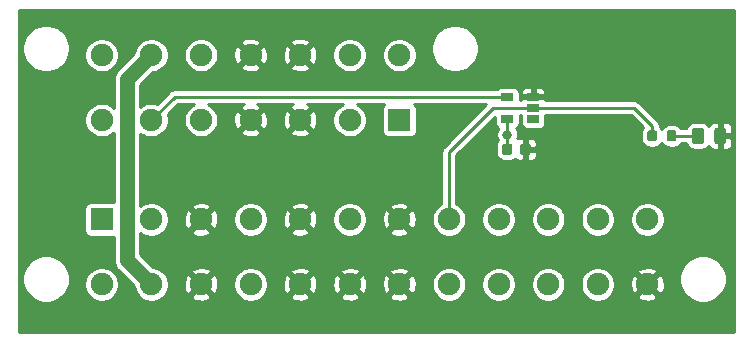
<source format=gbr>
%TF.GenerationSoftware,KiCad,Pcbnew,(5.0.2-5)-5*%
%TF.CreationDate,2023-05-01T14:03:50+02:00*%
%TF.ProjectId,SS1_ATX,5353315f-4154-4582-9e6b-696361645f70,rev?*%
%TF.SameCoordinates,Original*%
%TF.FileFunction,Copper,L1,Top*%
%TF.FilePolarity,Positive*%
%FSLAX46Y46*%
G04 Gerber Fmt 4.6, Leading zero omitted, Abs format (unit mm)*
G04 Created by KiCad (PCBNEW (5.0.2-5)-5) date Lundi 01 mai 2023 à 14:03:50*
%MOMM*%
%LPD*%
G01*
G04 APERTURE LIST*
%TA.AperFunction,ViaPad*%
%ADD10R,1.900000X1.900000*%
%TD*%
%TA.AperFunction,ViaPad*%
%ADD11C,1.900000*%
%TD*%
%TA.AperFunction,Conductor*%
%ADD12C,0.100000*%
%TD*%
%TA.AperFunction,SMDPad,CuDef*%
%ADD13C,0.800000*%
%TD*%
%TA.AperFunction,SMDPad,CuDef*%
%ADD14C,0.975000*%
%TD*%
%TA.AperFunction,SMDPad,CuDef*%
%ADD15R,1.060000X0.650000*%
%TD*%
%TA.AperFunction,SMDPad,CuDef*%
%ADD16C,0.900000*%
%TD*%
%TA.AperFunction,ViaPad*%
%ADD17C,0.800000*%
%TD*%
%TA.AperFunction,Conductor*%
%ADD18C,0.250000*%
%TD*%
%TA.AperFunction,Conductor*%
%ADD19C,1.250000*%
%TD*%
%TA.AperFunction,Conductor*%
%ADD20C,0.254000*%
%TD*%
G04 APERTURE END LIST*
D10*
%TO.N,+5V*%
%TO.C,J2*%
X122700000Y-119890000D03*
D11*
X118500000Y-119890000D03*
X122700000Y-114390000D03*
X118500000Y-114390000D03*
%TO.N,GND*%
X114300000Y-119890000D03*
X110100000Y-119890000D03*
%TO.N,+12V*%
X105900000Y-119890000D03*
%TO.N,PWRONRST*%
X101700000Y-119890000D03*
%TO.N,Net-(J2-Pad7)*%
X97500000Y-119890000D03*
%TO.N,GND*%
X114300000Y-114390000D03*
X110100000Y-114390000D03*
%TO.N,+12V*%
X105900000Y-114390000D03*
%TO.N,-12V*%
X101700000Y-114390000D03*
%TO.N,Net-(J2-Pad14)*%
X97500000Y-114390000D03*
%TD*%
D12*
%TO.N,Net-(D1-Pad2)*%
%TO.C,R2*%
G36*
X145970383Y-120752825D02*
X145989798Y-120755705D01*
X146008837Y-120760474D01*
X146027317Y-120767086D01*
X146045059Y-120775478D01*
X146061894Y-120785568D01*
X146077659Y-120797260D01*
X146092201Y-120810441D01*
X146105382Y-120824983D01*
X146117074Y-120840748D01*
X146127164Y-120857583D01*
X146135556Y-120875325D01*
X146142168Y-120893805D01*
X146146937Y-120912844D01*
X146149817Y-120932259D01*
X146150780Y-120951862D01*
X146150780Y-121501862D01*
X146149817Y-121521465D01*
X146146937Y-121540880D01*
X146142168Y-121559919D01*
X146135556Y-121578399D01*
X146127164Y-121596141D01*
X146117074Y-121612976D01*
X146105382Y-121628741D01*
X146092201Y-121643283D01*
X146077659Y-121656464D01*
X146061894Y-121668156D01*
X146045059Y-121678246D01*
X146027317Y-121686638D01*
X146008837Y-121693250D01*
X145989798Y-121698019D01*
X145970383Y-121700899D01*
X145950780Y-121701862D01*
X145550780Y-121701862D01*
X145531177Y-121700899D01*
X145511762Y-121698019D01*
X145492723Y-121693250D01*
X145474243Y-121686638D01*
X145456501Y-121678246D01*
X145439666Y-121668156D01*
X145423901Y-121656464D01*
X145409359Y-121643283D01*
X145396178Y-121628741D01*
X145384486Y-121612976D01*
X145374396Y-121596141D01*
X145366004Y-121578399D01*
X145359392Y-121559919D01*
X145354623Y-121540880D01*
X145351743Y-121521465D01*
X145350780Y-121501862D01*
X145350780Y-120951862D01*
X145351743Y-120932259D01*
X145354623Y-120912844D01*
X145359392Y-120893805D01*
X145366004Y-120875325D01*
X145374396Y-120857583D01*
X145384486Y-120840748D01*
X145396178Y-120824983D01*
X145409359Y-120810441D01*
X145423901Y-120797260D01*
X145439666Y-120785568D01*
X145456501Y-120775478D01*
X145474243Y-120767086D01*
X145492723Y-120760474D01*
X145511762Y-120755705D01*
X145531177Y-120752825D01*
X145550780Y-120751862D01*
X145950780Y-120751862D01*
X145970383Y-120752825D01*
X145970383Y-120752825D01*
G37*
D13*
%TD*%
%TO.P,R2,2*%
%TO.N,Net-(D1-Pad2)*%
X145750780Y-121226862D03*
D12*
%TO.N,PGOOD*%
%TO.C,R2*%
G36*
X144320383Y-120752825D02*
X144339798Y-120755705D01*
X144358837Y-120760474D01*
X144377317Y-120767086D01*
X144395059Y-120775478D01*
X144411894Y-120785568D01*
X144427659Y-120797260D01*
X144442201Y-120810441D01*
X144455382Y-120824983D01*
X144467074Y-120840748D01*
X144477164Y-120857583D01*
X144485556Y-120875325D01*
X144492168Y-120893805D01*
X144496937Y-120912844D01*
X144499817Y-120932259D01*
X144500780Y-120951862D01*
X144500780Y-121501862D01*
X144499817Y-121521465D01*
X144496937Y-121540880D01*
X144492168Y-121559919D01*
X144485556Y-121578399D01*
X144477164Y-121596141D01*
X144467074Y-121612976D01*
X144455382Y-121628741D01*
X144442201Y-121643283D01*
X144427659Y-121656464D01*
X144411894Y-121668156D01*
X144395059Y-121678246D01*
X144377317Y-121686638D01*
X144358837Y-121693250D01*
X144339798Y-121698019D01*
X144320383Y-121700899D01*
X144300780Y-121701862D01*
X143900780Y-121701862D01*
X143881177Y-121700899D01*
X143861762Y-121698019D01*
X143842723Y-121693250D01*
X143824243Y-121686638D01*
X143806501Y-121678246D01*
X143789666Y-121668156D01*
X143773901Y-121656464D01*
X143759359Y-121643283D01*
X143746178Y-121628741D01*
X143734486Y-121612976D01*
X143724396Y-121596141D01*
X143716004Y-121578399D01*
X143709392Y-121559919D01*
X143704623Y-121540880D01*
X143701743Y-121521465D01*
X143700780Y-121501862D01*
X143700780Y-120951862D01*
X143701743Y-120932259D01*
X143704623Y-120912844D01*
X143709392Y-120893805D01*
X143716004Y-120875325D01*
X143724396Y-120857583D01*
X143734486Y-120840748D01*
X143746178Y-120824983D01*
X143759359Y-120810441D01*
X143773901Y-120797260D01*
X143789666Y-120785568D01*
X143806501Y-120775478D01*
X143824243Y-120767086D01*
X143842723Y-120760474D01*
X143861762Y-120755705D01*
X143881177Y-120752825D01*
X143900780Y-120751862D01*
X144300780Y-120751862D01*
X144320383Y-120752825D01*
X144320383Y-120752825D01*
G37*
D13*
%TD*%
%TO.P,R2,1*%
%TO.N,PGOOD*%
X144100780Y-121226862D03*
D11*
%TO.N,GND*%
%TO.C,J1*%
X143700000Y-133800000D03*
%TO.N,+5V*%
X139500000Y-133800000D03*
X135300000Y-133800000D03*
X131100000Y-133800000D03*
%TO.N,Net-(J1-Pad20)*%
X126900000Y-133800000D03*
%TO.N,GND*%
X122700000Y-133800000D03*
X118500000Y-133800000D03*
X114300000Y-133800000D03*
%TO.N,~PS-ON*%
X110100000Y-133800000D03*
%TO.N,GND*%
X105900000Y-133800000D03*
%TO.N,-12V*%
X101700000Y-133800000D03*
%TO.N,Net-(J1-Pad13)*%
X97500000Y-133800000D03*
%TO.N,Net-(J1-Pad12)*%
X143700000Y-128300000D03*
%TO.N,+12V*%
X139500000Y-128300000D03*
X135300000Y-128300000D03*
%TO.N,+5VD*%
X131100000Y-128300000D03*
%TO.N,PGOOD*%
X126900000Y-128300000D03*
%TO.N,GND*%
X122700000Y-128300000D03*
%TO.N,+5V*%
X118500000Y-128300000D03*
%TO.N,GND*%
X114300000Y-128300000D03*
%TO.N,+5V*%
X110100000Y-128300000D03*
%TO.N,GND*%
X105900000Y-128300000D03*
%TO.N,Net-(J1-Pad2)*%
X101700000Y-128300000D03*
D10*
%TO.N,Net-(J1-Pad1)*%
X97500000Y-128300000D03*
%TD*%
D12*
%TO.N,Net-(D1-Pad2)*%
%TO.C,D1*%
G36*
X148255922Y-120528036D02*
X148279583Y-120531546D01*
X148302787Y-120537358D01*
X148325309Y-120545416D01*
X148346933Y-120555644D01*
X148367450Y-120567941D01*
X148386663Y-120582191D01*
X148404387Y-120598255D01*
X148420451Y-120615979D01*
X148434701Y-120635192D01*
X148446998Y-120655709D01*
X148457226Y-120677333D01*
X148465284Y-120699855D01*
X148471096Y-120723059D01*
X148474606Y-120746720D01*
X148475780Y-120770612D01*
X148475780Y-121683112D01*
X148474606Y-121707004D01*
X148471096Y-121730665D01*
X148465284Y-121753869D01*
X148457226Y-121776391D01*
X148446998Y-121798015D01*
X148434701Y-121818532D01*
X148420451Y-121837745D01*
X148404387Y-121855469D01*
X148386663Y-121871533D01*
X148367450Y-121885783D01*
X148346933Y-121898080D01*
X148325309Y-121908308D01*
X148302787Y-121916366D01*
X148279583Y-121922178D01*
X148255922Y-121925688D01*
X148232030Y-121926862D01*
X147744530Y-121926862D01*
X147720638Y-121925688D01*
X147696977Y-121922178D01*
X147673773Y-121916366D01*
X147651251Y-121908308D01*
X147629627Y-121898080D01*
X147609110Y-121885783D01*
X147589897Y-121871533D01*
X147572173Y-121855469D01*
X147556109Y-121837745D01*
X147541859Y-121818532D01*
X147529562Y-121798015D01*
X147519334Y-121776391D01*
X147511276Y-121753869D01*
X147505464Y-121730665D01*
X147501954Y-121707004D01*
X147500780Y-121683112D01*
X147500780Y-120770612D01*
X147501954Y-120746720D01*
X147505464Y-120723059D01*
X147511276Y-120699855D01*
X147519334Y-120677333D01*
X147529562Y-120655709D01*
X147541859Y-120635192D01*
X147556109Y-120615979D01*
X147572173Y-120598255D01*
X147589897Y-120582191D01*
X147609110Y-120567941D01*
X147629627Y-120555644D01*
X147651251Y-120545416D01*
X147673773Y-120537358D01*
X147696977Y-120531546D01*
X147720638Y-120528036D01*
X147744530Y-120526862D01*
X148232030Y-120526862D01*
X148255922Y-120528036D01*
X148255922Y-120528036D01*
G37*
D14*
%TD*%
%TO.P,D1,2*%
%TO.N,Net-(D1-Pad2)*%
X147988280Y-121226862D03*
D12*
%TO.N,GND*%
%TO.C,D1*%
G36*
X150130922Y-120528036D02*
X150154583Y-120531546D01*
X150177787Y-120537358D01*
X150200309Y-120545416D01*
X150221933Y-120555644D01*
X150242450Y-120567941D01*
X150261663Y-120582191D01*
X150279387Y-120598255D01*
X150295451Y-120615979D01*
X150309701Y-120635192D01*
X150321998Y-120655709D01*
X150332226Y-120677333D01*
X150340284Y-120699855D01*
X150346096Y-120723059D01*
X150349606Y-120746720D01*
X150350780Y-120770612D01*
X150350780Y-121683112D01*
X150349606Y-121707004D01*
X150346096Y-121730665D01*
X150340284Y-121753869D01*
X150332226Y-121776391D01*
X150321998Y-121798015D01*
X150309701Y-121818532D01*
X150295451Y-121837745D01*
X150279387Y-121855469D01*
X150261663Y-121871533D01*
X150242450Y-121885783D01*
X150221933Y-121898080D01*
X150200309Y-121908308D01*
X150177787Y-121916366D01*
X150154583Y-121922178D01*
X150130922Y-121925688D01*
X150107030Y-121926862D01*
X149619530Y-121926862D01*
X149595638Y-121925688D01*
X149571977Y-121922178D01*
X149548773Y-121916366D01*
X149526251Y-121908308D01*
X149504627Y-121898080D01*
X149484110Y-121885783D01*
X149464897Y-121871533D01*
X149447173Y-121855469D01*
X149431109Y-121837745D01*
X149416859Y-121818532D01*
X149404562Y-121798015D01*
X149394334Y-121776391D01*
X149386276Y-121753869D01*
X149380464Y-121730665D01*
X149376954Y-121707004D01*
X149375780Y-121683112D01*
X149375780Y-120770612D01*
X149376954Y-120746720D01*
X149380464Y-120723059D01*
X149386276Y-120699855D01*
X149394334Y-120677333D01*
X149404562Y-120655709D01*
X149416859Y-120635192D01*
X149431109Y-120615979D01*
X149447173Y-120598255D01*
X149464897Y-120582191D01*
X149484110Y-120567941D01*
X149504627Y-120555644D01*
X149526251Y-120545416D01*
X149548773Y-120537358D01*
X149571977Y-120531546D01*
X149595638Y-120528036D01*
X149619530Y-120526862D01*
X150107030Y-120526862D01*
X150130922Y-120528036D01*
X150130922Y-120528036D01*
G37*
D14*
%TD*%
%TO.P,D1,1*%
%TO.N,GND*%
X149863280Y-121226862D03*
D15*
%TO.P,U2,5*%
%TO.N,+5V*%
X131830000Y-119810000D03*
%TO.P,U2,4*%
%TO.N,PWRONRST*%
X131830000Y-117910000D03*
%TO.P,U2,3*%
%TO.N,GND*%
X134030000Y-117910000D03*
%TO.P,U2,2*%
%TO.N,PGOOD*%
X134030000Y-118860000D03*
%TO.P,U2,1*%
%TO.N,N/C*%
X134030000Y-119810000D03*
%TD*%
D12*
%TO.N,+5V*%
%TO.C,C1*%
G36*
X132077054Y-121886083D02*
X132098895Y-121889323D01*
X132120314Y-121894688D01*
X132141104Y-121902127D01*
X132161064Y-121911568D01*
X132180003Y-121922919D01*
X132197738Y-121936073D01*
X132214099Y-121950901D01*
X132228927Y-121967262D01*
X132242081Y-121984997D01*
X132253432Y-122003936D01*
X132262873Y-122023896D01*
X132270312Y-122044686D01*
X132275677Y-122066105D01*
X132278917Y-122087946D01*
X132280000Y-122110000D01*
X132280000Y-122610000D01*
X132278917Y-122632054D01*
X132275677Y-122653895D01*
X132270312Y-122675314D01*
X132262873Y-122696104D01*
X132253432Y-122716064D01*
X132242081Y-122735003D01*
X132228927Y-122752738D01*
X132214099Y-122769099D01*
X132197738Y-122783927D01*
X132180003Y-122797081D01*
X132161064Y-122808432D01*
X132141104Y-122817873D01*
X132120314Y-122825312D01*
X132098895Y-122830677D01*
X132077054Y-122833917D01*
X132055000Y-122835000D01*
X131605000Y-122835000D01*
X131582946Y-122833917D01*
X131561105Y-122830677D01*
X131539686Y-122825312D01*
X131518896Y-122817873D01*
X131498936Y-122808432D01*
X131479997Y-122797081D01*
X131462262Y-122783927D01*
X131445901Y-122769099D01*
X131431073Y-122752738D01*
X131417919Y-122735003D01*
X131406568Y-122716064D01*
X131397127Y-122696104D01*
X131389688Y-122675314D01*
X131384323Y-122653895D01*
X131381083Y-122632054D01*
X131380000Y-122610000D01*
X131380000Y-122110000D01*
X131381083Y-122087946D01*
X131384323Y-122066105D01*
X131389688Y-122044686D01*
X131397127Y-122023896D01*
X131406568Y-122003936D01*
X131417919Y-121984997D01*
X131431073Y-121967262D01*
X131445901Y-121950901D01*
X131462262Y-121936073D01*
X131479997Y-121922919D01*
X131498936Y-121911568D01*
X131518896Y-121902127D01*
X131539686Y-121894688D01*
X131561105Y-121889323D01*
X131582946Y-121886083D01*
X131605000Y-121885000D01*
X132055000Y-121885000D01*
X132077054Y-121886083D01*
X132077054Y-121886083D01*
G37*
D16*
%TD*%
%TO.P,C1,2*%
%TO.N,+5V*%
X131830000Y-122360000D03*
D12*
%TO.N,GND*%
%TO.C,C1*%
G36*
X133627054Y-121886083D02*
X133648895Y-121889323D01*
X133670314Y-121894688D01*
X133691104Y-121902127D01*
X133711064Y-121911568D01*
X133730003Y-121922919D01*
X133747738Y-121936073D01*
X133764099Y-121950901D01*
X133778927Y-121967262D01*
X133792081Y-121984997D01*
X133803432Y-122003936D01*
X133812873Y-122023896D01*
X133820312Y-122044686D01*
X133825677Y-122066105D01*
X133828917Y-122087946D01*
X133830000Y-122110000D01*
X133830000Y-122610000D01*
X133828917Y-122632054D01*
X133825677Y-122653895D01*
X133820312Y-122675314D01*
X133812873Y-122696104D01*
X133803432Y-122716064D01*
X133792081Y-122735003D01*
X133778927Y-122752738D01*
X133764099Y-122769099D01*
X133747738Y-122783927D01*
X133730003Y-122797081D01*
X133711064Y-122808432D01*
X133691104Y-122817873D01*
X133670314Y-122825312D01*
X133648895Y-122830677D01*
X133627054Y-122833917D01*
X133605000Y-122835000D01*
X133155000Y-122835000D01*
X133132946Y-122833917D01*
X133111105Y-122830677D01*
X133089686Y-122825312D01*
X133068896Y-122817873D01*
X133048936Y-122808432D01*
X133029997Y-122797081D01*
X133012262Y-122783927D01*
X132995901Y-122769099D01*
X132981073Y-122752738D01*
X132967919Y-122735003D01*
X132956568Y-122716064D01*
X132947127Y-122696104D01*
X132939688Y-122675314D01*
X132934323Y-122653895D01*
X132931083Y-122632054D01*
X132930000Y-122610000D01*
X132930000Y-122110000D01*
X132931083Y-122087946D01*
X132934323Y-122066105D01*
X132939688Y-122044686D01*
X132947127Y-122023896D01*
X132956568Y-122003936D01*
X132967919Y-121984997D01*
X132981073Y-121967262D01*
X132995901Y-121950901D01*
X133012262Y-121936073D01*
X133029997Y-121922919D01*
X133048936Y-121911568D01*
X133068896Y-121902127D01*
X133089686Y-121894688D01*
X133111105Y-121889323D01*
X133132946Y-121886083D01*
X133155000Y-121885000D01*
X133605000Y-121885000D01*
X133627054Y-121886083D01*
X133627054Y-121886083D01*
G37*
D16*
%TD*%
%TO.P,C1,1*%
%TO.N,GND*%
X133380000Y-122360000D03*
D17*
%TO.N,GND*%
X134720000Y-122360000D03*
X135420000Y-117910000D03*
X149863280Y-122750000D03*
%TO.N,+5V*%
X131830000Y-121120000D03*
%TD*%
D18*
%TO.N,GND*%
X133380000Y-122360000D02*
X134720000Y-122360000D01*
X134030000Y-117910000D02*
X135420000Y-117910000D01*
X149863280Y-121226862D02*
X149863280Y-122750000D01*
%TO.N,+5V*%
X131830000Y-120385000D02*
X131830000Y-121120000D01*
X131830000Y-119810000D02*
X131830000Y-120385000D01*
X131830000Y-121120000D02*
X131830000Y-122360000D01*
D19*
%TO.N,-12V*%
X101700000Y-133800000D02*
X99640000Y-131740000D01*
X99640000Y-131740000D02*
X99640000Y-116450000D01*
X99640000Y-116450000D02*
X101700000Y-114390000D01*
D18*
%TO.N,PGOOD*%
X126900000Y-128300000D02*
X126900000Y-122610000D01*
X130650000Y-118860000D02*
X134030000Y-118860000D01*
X126900000Y-122610000D02*
X130650000Y-118860000D01*
X134030000Y-118860000D02*
X142590000Y-118860000D01*
X144100780Y-120370780D02*
X144100780Y-121226862D01*
X142590000Y-118860000D02*
X144100780Y-120370780D01*
%TO.N,Net-(D1-Pad2)*%
X145750780Y-121226862D02*
X147988280Y-121226862D01*
%TO.N,PWRONRST*%
X103680000Y-117910000D02*
X101700000Y-119890000D01*
X131830000Y-117910000D02*
X103680000Y-117910000D01*
%TD*%
D20*
%TO.N,GND*%
G36*
X151064001Y-137864000D02*
X90536000Y-137864000D01*
X90536000Y-133141934D01*
X90789000Y-133141934D01*
X90789000Y-133538066D01*
X90866282Y-133926587D01*
X91017875Y-134292566D01*
X91237955Y-134621938D01*
X91518062Y-134902045D01*
X91847434Y-135122125D01*
X92213413Y-135273718D01*
X92601934Y-135351000D01*
X92998066Y-135351000D01*
X93386587Y-135273718D01*
X93752566Y-135122125D01*
X94081938Y-134902045D01*
X94362045Y-134621938D01*
X94582125Y-134292566D01*
X94733718Y-133926587D01*
X94787520Y-133656104D01*
X96039000Y-133656104D01*
X96039000Y-133943896D01*
X96095146Y-134226158D01*
X96205279Y-134492043D01*
X96365167Y-134731333D01*
X96568667Y-134934833D01*
X96807957Y-135094721D01*
X97073842Y-135204854D01*
X97356104Y-135261000D01*
X97643896Y-135261000D01*
X97926158Y-135204854D01*
X98192043Y-135094721D01*
X98431333Y-134934833D01*
X98634833Y-134731333D01*
X98794721Y-134492043D01*
X98904854Y-134226158D01*
X98961000Y-133943896D01*
X98961000Y-133656104D01*
X98904854Y-133373842D01*
X98794721Y-133107957D01*
X98634833Y-132868667D01*
X98431333Y-132665167D01*
X98192043Y-132505279D01*
X97926158Y-132395146D01*
X97643896Y-132339000D01*
X97356104Y-132339000D01*
X97073842Y-132395146D01*
X96807957Y-132505279D01*
X96568667Y-132665167D01*
X96365167Y-132868667D01*
X96205279Y-133107957D01*
X96095146Y-133373842D01*
X96039000Y-133656104D01*
X94787520Y-133656104D01*
X94811000Y-133538066D01*
X94811000Y-133141934D01*
X94733718Y-132753413D01*
X94582125Y-132387434D01*
X94362045Y-132058062D01*
X94081938Y-131777955D01*
X93752566Y-131557875D01*
X93386587Y-131406282D01*
X92998066Y-131329000D01*
X92601934Y-131329000D01*
X92213413Y-131406282D01*
X91847434Y-131557875D01*
X91518062Y-131777955D01*
X91237955Y-132058062D01*
X91017875Y-132387434D01*
X90866282Y-132753413D01*
X90789000Y-133141934D01*
X90536000Y-133141934D01*
X90536000Y-127350000D01*
X96036528Y-127350000D01*
X96036528Y-129250000D01*
X96046394Y-129350173D01*
X96075614Y-129446497D01*
X96123064Y-129535270D01*
X96186920Y-129613080D01*
X96264730Y-129676936D01*
X96353503Y-129724386D01*
X96449827Y-129753606D01*
X96550000Y-129763472D01*
X98450000Y-129763472D01*
X98504000Y-129758154D01*
X98504000Y-131684200D01*
X98498504Y-131740000D01*
X98504000Y-131795800D01*
X98520438Y-131962694D01*
X98585395Y-132176831D01*
X98690881Y-132374181D01*
X98832840Y-132547160D01*
X98876191Y-132582737D01*
X100239410Y-133945956D01*
X100295146Y-134226158D01*
X100405279Y-134492043D01*
X100565167Y-134731333D01*
X100768667Y-134934833D01*
X101007957Y-135094721D01*
X101273842Y-135204854D01*
X101556104Y-135261000D01*
X101843896Y-135261000D01*
X102126158Y-135204854D01*
X102392043Y-135094721D01*
X102631333Y-134934833D01*
X102732879Y-134833287D01*
X105046318Y-134833287D01*
X105143071Y-135057889D01*
X105403017Y-135181388D01*
X105682062Y-135251801D01*
X105969482Y-135266423D01*
X106254232Y-135224690D01*
X106525369Y-135128207D01*
X106656929Y-135057889D01*
X106753682Y-134833287D01*
X105900000Y-133979605D01*
X105046318Y-134833287D01*
X102732879Y-134833287D01*
X102834833Y-134731333D01*
X102994721Y-134492043D01*
X103104854Y-134226158D01*
X103161000Y-133943896D01*
X103161000Y-133869482D01*
X104433577Y-133869482D01*
X104475310Y-134154232D01*
X104571793Y-134425369D01*
X104642111Y-134556929D01*
X104866713Y-134653682D01*
X105720395Y-133800000D01*
X106079605Y-133800000D01*
X106933287Y-134653682D01*
X107157889Y-134556929D01*
X107281388Y-134296983D01*
X107351801Y-134017938D01*
X107366423Y-133730518D01*
X107355517Y-133656104D01*
X108639000Y-133656104D01*
X108639000Y-133943896D01*
X108695146Y-134226158D01*
X108805279Y-134492043D01*
X108965167Y-134731333D01*
X109168667Y-134934833D01*
X109407957Y-135094721D01*
X109673842Y-135204854D01*
X109956104Y-135261000D01*
X110243896Y-135261000D01*
X110526158Y-135204854D01*
X110792043Y-135094721D01*
X111031333Y-134934833D01*
X111132879Y-134833287D01*
X113446318Y-134833287D01*
X113543071Y-135057889D01*
X113803017Y-135181388D01*
X114082062Y-135251801D01*
X114369482Y-135266423D01*
X114654232Y-135224690D01*
X114925369Y-135128207D01*
X115056929Y-135057889D01*
X115153682Y-134833287D01*
X117646318Y-134833287D01*
X117743071Y-135057889D01*
X118003017Y-135181388D01*
X118282062Y-135251801D01*
X118569482Y-135266423D01*
X118854232Y-135224690D01*
X119125369Y-135128207D01*
X119256929Y-135057889D01*
X119353682Y-134833287D01*
X121846318Y-134833287D01*
X121943071Y-135057889D01*
X122203017Y-135181388D01*
X122482062Y-135251801D01*
X122769482Y-135266423D01*
X123054232Y-135224690D01*
X123325369Y-135128207D01*
X123456929Y-135057889D01*
X123553682Y-134833287D01*
X122700000Y-133979605D01*
X121846318Y-134833287D01*
X119353682Y-134833287D01*
X118500000Y-133979605D01*
X117646318Y-134833287D01*
X115153682Y-134833287D01*
X114300000Y-133979605D01*
X113446318Y-134833287D01*
X111132879Y-134833287D01*
X111234833Y-134731333D01*
X111394721Y-134492043D01*
X111504854Y-134226158D01*
X111561000Y-133943896D01*
X111561000Y-133869482D01*
X112833577Y-133869482D01*
X112875310Y-134154232D01*
X112971793Y-134425369D01*
X113042111Y-134556929D01*
X113266713Y-134653682D01*
X114120395Y-133800000D01*
X114479605Y-133800000D01*
X115333287Y-134653682D01*
X115557889Y-134556929D01*
X115681388Y-134296983D01*
X115751801Y-134017938D01*
X115759353Y-133869482D01*
X117033577Y-133869482D01*
X117075310Y-134154232D01*
X117171793Y-134425369D01*
X117242111Y-134556929D01*
X117466713Y-134653682D01*
X118320395Y-133800000D01*
X118679605Y-133800000D01*
X119533287Y-134653682D01*
X119757889Y-134556929D01*
X119881388Y-134296983D01*
X119951801Y-134017938D01*
X119959353Y-133869482D01*
X121233577Y-133869482D01*
X121275310Y-134154232D01*
X121371793Y-134425369D01*
X121442111Y-134556929D01*
X121666713Y-134653682D01*
X122520395Y-133800000D01*
X122879605Y-133800000D01*
X123733287Y-134653682D01*
X123957889Y-134556929D01*
X124081388Y-134296983D01*
X124151801Y-134017938D01*
X124166423Y-133730518D01*
X124155517Y-133656104D01*
X125439000Y-133656104D01*
X125439000Y-133943896D01*
X125495146Y-134226158D01*
X125605279Y-134492043D01*
X125765167Y-134731333D01*
X125968667Y-134934833D01*
X126207957Y-135094721D01*
X126473842Y-135204854D01*
X126756104Y-135261000D01*
X127043896Y-135261000D01*
X127326158Y-135204854D01*
X127592043Y-135094721D01*
X127831333Y-134934833D01*
X128034833Y-134731333D01*
X128194721Y-134492043D01*
X128304854Y-134226158D01*
X128361000Y-133943896D01*
X128361000Y-133656104D01*
X129639000Y-133656104D01*
X129639000Y-133943896D01*
X129695146Y-134226158D01*
X129805279Y-134492043D01*
X129965167Y-134731333D01*
X130168667Y-134934833D01*
X130407957Y-135094721D01*
X130673842Y-135204854D01*
X130956104Y-135261000D01*
X131243896Y-135261000D01*
X131526158Y-135204854D01*
X131792043Y-135094721D01*
X132031333Y-134934833D01*
X132234833Y-134731333D01*
X132394721Y-134492043D01*
X132504854Y-134226158D01*
X132561000Y-133943896D01*
X132561000Y-133656104D01*
X133839000Y-133656104D01*
X133839000Y-133943896D01*
X133895146Y-134226158D01*
X134005279Y-134492043D01*
X134165167Y-134731333D01*
X134368667Y-134934833D01*
X134607957Y-135094721D01*
X134873842Y-135204854D01*
X135156104Y-135261000D01*
X135443896Y-135261000D01*
X135726158Y-135204854D01*
X135992043Y-135094721D01*
X136231333Y-134934833D01*
X136434833Y-134731333D01*
X136594721Y-134492043D01*
X136704854Y-134226158D01*
X136761000Y-133943896D01*
X136761000Y-133656104D01*
X138039000Y-133656104D01*
X138039000Y-133943896D01*
X138095146Y-134226158D01*
X138205279Y-134492043D01*
X138365167Y-134731333D01*
X138568667Y-134934833D01*
X138807957Y-135094721D01*
X139073842Y-135204854D01*
X139356104Y-135261000D01*
X139643896Y-135261000D01*
X139926158Y-135204854D01*
X140192043Y-135094721D01*
X140431333Y-134934833D01*
X140532879Y-134833287D01*
X142846318Y-134833287D01*
X142943071Y-135057889D01*
X143203017Y-135181388D01*
X143482062Y-135251801D01*
X143769482Y-135266423D01*
X144054232Y-135224690D01*
X144325369Y-135128207D01*
X144456929Y-135057889D01*
X144553682Y-134833287D01*
X143700000Y-133979605D01*
X142846318Y-134833287D01*
X140532879Y-134833287D01*
X140634833Y-134731333D01*
X140794721Y-134492043D01*
X140904854Y-134226158D01*
X140961000Y-133943896D01*
X140961000Y-133869482D01*
X142233577Y-133869482D01*
X142275310Y-134154232D01*
X142371793Y-134425369D01*
X142442111Y-134556929D01*
X142666713Y-134653682D01*
X143520395Y-133800000D01*
X143879605Y-133800000D01*
X144733287Y-134653682D01*
X144957889Y-134556929D01*
X145081388Y-134296983D01*
X145151801Y-134017938D01*
X145166423Y-133730518D01*
X145124690Y-133445768D01*
X145028207Y-133174631D01*
X145010731Y-133141934D01*
X146389000Y-133141934D01*
X146389000Y-133538066D01*
X146466282Y-133926587D01*
X146617875Y-134292566D01*
X146837955Y-134621938D01*
X147118062Y-134902045D01*
X147447434Y-135122125D01*
X147813413Y-135273718D01*
X148201934Y-135351000D01*
X148598066Y-135351000D01*
X148986587Y-135273718D01*
X149352566Y-135122125D01*
X149681938Y-134902045D01*
X149962045Y-134621938D01*
X150182125Y-134292566D01*
X150333718Y-133926587D01*
X150411000Y-133538066D01*
X150411000Y-133141934D01*
X150333718Y-132753413D01*
X150182125Y-132387434D01*
X149962045Y-132058062D01*
X149681938Y-131777955D01*
X149352566Y-131557875D01*
X148986587Y-131406282D01*
X148598066Y-131329000D01*
X148201934Y-131329000D01*
X147813413Y-131406282D01*
X147447434Y-131557875D01*
X147118062Y-131777955D01*
X146837955Y-132058062D01*
X146617875Y-132387434D01*
X146466282Y-132753413D01*
X146389000Y-133141934D01*
X145010731Y-133141934D01*
X144957889Y-133043071D01*
X144733287Y-132946318D01*
X143879605Y-133800000D01*
X143520395Y-133800000D01*
X142666713Y-132946318D01*
X142442111Y-133043071D01*
X142318612Y-133303017D01*
X142248199Y-133582062D01*
X142233577Y-133869482D01*
X140961000Y-133869482D01*
X140961000Y-133656104D01*
X140904854Y-133373842D01*
X140794721Y-133107957D01*
X140634833Y-132868667D01*
X140532879Y-132766713D01*
X142846318Y-132766713D01*
X143700000Y-133620395D01*
X144553682Y-132766713D01*
X144456929Y-132542111D01*
X144196983Y-132418612D01*
X143917938Y-132348199D01*
X143630518Y-132333577D01*
X143345768Y-132375310D01*
X143074631Y-132471793D01*
X142943071Y-132542111D01*
X142846318Y-132766713D01*
X140532879Y-132766713D01*
X140431333Y-132665167D01*
X140192043Y-132505279D01*
X139926158Y-132395146D01*
X139643896Y-132339000D01*
X139356104Y-132339000D01*
X139073842Y-132395146D01*
X138807957Y-132505279D01*
X138568667Y-132665167D01*
X138365167Y-132868667D01*
X138205279Y-133107957D01*
X138095146Y-133373842D01*
X138039000Y-133656104D01*
X136761000Y-133656104D01*
X136704854Y-133373842D01*
X136594721Y-133107957D01*
X136434833Y-132868667D01*
X136231333Y-132665167D01*
X135992043Y-132505279D01*
X135726158Y-132395146D01*
X135443896Y-132339000D01*
X135156104Y-132339000D01*
X134873842Y-132395146D01*
X134607957Y-132505279D01*
X134368667Y-132665167D01*
X134165167Y-132868667D01*
X134005279Y-133107957D01*
X133895146Y-133373842D01*
X133839000Y-133656104D01*
X132561000Y-133656104D01*
X132504854Y-133373842D01*
X132394721Y-133107957D01*
X132234833Y-132868667D01*
X132031333Y-132665167D01*
X131792043Y-132505279D01*
X131526158Y-132395146D01*
X131243896Y-132339000D01*
X130956104Y-132339000D01*
X130673842Y-132395146D01*
X130407957Y-132505279D01*
X130168667Y-132665167D01*
X129965167Y-132868667D01*
X129805279Y-133107957D01*
X129695146Y-133373842D01*
X129639000Y-133656104D01*
X128361000Y-133656104D01*
X128304854Y-133373842D01*
X128194721Y-133107957D01*
X128034833Y-132868667D01*
X127831333Y-132665167D01*
X127592043Y-132505279D01*
X127326158Y-132395146D01*
X127043896Y-132339000D01*
X126756104Y-132339000D01*
X126473842Y-132395146D01*
X126207957Y-132505279D01*
X125968667Y-132665167D01*
X125765167Y-132868667D01*
X125605279Y-133107957D01*
X125495146Y-133373842D01*
X125439000Y-133656104D01*
X124155517Y-133656104D01*
X124124690Y-133445768D01*
X124028207Y-133174631D01*
X123957889Y-133043071D01*
X123733287Y-132946318D01*
X122879605Y-133800000D01*
X122520395Y-133800000D01*
X121666713Y-132946318D01*
X121442111Y-133043071D01*
X121318612Y-133303017D01*
X121248199Y-133582062D01*
X121233577Y-133869482D01*
X119959353Y-133869482D01*
X119966423Y-133730518D01*
X119924690Y-133445768D01*
X119828207Y-133174631D01*
X119757889Y-133043071D01*
X119533287Y-132946318D01*
X118679605Y-133800000D01*
X118320395Y-133800000D01*
X117466713Y-132946318D01*
X117242111Y-133043071D01*
X117118612Y-133303017D01*
X117048199Y-133582062D01*
X117033577Y-133869482D01*
X115759353Y-133869482D01*
X115766423Y-133730518D01*
X115724690Y-133445768D01*
X115628207Y-133174631D01*
X115557889Y-133043071D01*
X115333287Y-132946318D01*
X114479605Y-133800000D01*
X114120395Y-133800000D01*
X113266713Y-132946318D01*
X113042111Y-133043071D01*
X112918612Y-133303017D01*
X112848199Y-133582062D01*
X112833577Y-133869482D01*
X111561000Y-133869482D01*
X111561000Y-133656104D01*
X111504854Y-133373842D01*
X111394721Y-133107957D01*
X111234833Y-132868667D01*
X111132879Y-132766713D01*
X113446318Y-132766713D01*
X114300000Y-133620395D01*
X115153682Y-132766713D01*
X117646318Y-132766713D01*
X118500000Y-133620395D01*
X119353682Y-132766713D01*
X121846318Y-132766713D01*
X122700000Y-133620395D01*
X123553682Y-132766713D01*
X123456929Y-132542111D01*
X123196983Y-132418612D01*
X122917938Y-132348199D01*
X122630518Y-132333577D01*
X122345768Y-132375310D01*
X122074631Y-132471793D01*
X121943071Y-132542111D01*
X121846318Y-132766713D01*
X119353682Y-132766713D01*
X119256929Y-132542111D01*
X118996983Y-132418612D01*
X118717938Y-132348199D01*
X118430518Y-132333577D01*
X118145768Y-132375310D01*
X117874631Y-132471793D01*
X117743071Y-132542111D01*
X117646318Y-132766713D01*
X115153682Y-132766713D01*
X115056929Y-132542111D01*
X114796983Y-132418612D01*
X114517938Y-132348199D01*
X114230518Y-132333577D01*
X113945768Y-132375310D01*
X113674631Y-132471793D01*
X113543071Y-132542111D01*
X113446318Y-132766713D01*
X111132879Y-132766713D01*
X111031333Y-132665167D01*
X110792043Y-132505279D01*
X110526158Y-132395146D01*
X110243896Y-132339000D01*
X109956104Y-132339000D01*
X109673842Y-132395146D01*
X109407957Y-132505279D01*
X109168667Y-132665167D01*
X108965167Y-132868667D01*
X108805279Y-133107957D01*
X108695146Y-133373842D01*
X108639000Y-133656104D01*
X107355517Y-133656104D01*
X107324690Y-133445768D01*
X107228207Y-133174631D01*
X107157889Y-133043071D01*
X106933287Y-132946318D01*
X106079605Y-133800000D01*
X105720395Y-133800000D01*
X104866713Y-132946318D01*
X104642111Y-133043071D01*
X104518612Y-133303017D01*
X104448199Y-133582062D01*
X104433577Y-133869482D01*
X103161000Y-133869482D01*
X103161000Y-133656104D01*
X103104854Y-133373842D01*
X102994721Y-133107957D01*
X102834833Y-132868667D01*
X102732879Y-132766713D01*
X105046318Y-132766713D01*
X105900000Y-133620395D01*
X106753682Y-132766713D01*
X106656929Y-132542111D01*
X106396983Y-132418612D01*
X106117938Y-132348199D01*
X105830518Y-132333577D01*
X105545768Y-132375310D01*
X105274631Y-132471793D01*
X105143071Y-132542111D01*
X105046318Y-132766713D01*
X102732879Y-132766713D01*
X102631333Y-132665167D01*
X102392043Y-132505279D01*
X102126158Y-132395146D01*
X101845956Y-132339410D01*
X100776000Y-131269454D01*
X100776000Y-129439733D01*
X101007957Y-129594721D01*
X101273842Y-129704854D01*
X101556104Y-129761000D01*
X101843896Y-129761000D01*
X102126158Y-129704854D01*
X102392043Y-129594721D01*
X102631333Y-129434833D01*
X102732879Y-129333287D01*
X105046318Y-129333287D01*
X105143071Y-129557889D01*
X105403017Y-129681388D01*
X105682062Y-129751801D01*
X105969482Y-129766423D01*
X106254232Y-129724690D01*
X106525369Y-129628207D01*
X106656929Y-129557889D01*
X106753682Y-129333287D01*
X105900000Y-128479605D01*
X105046318Y-129333287D01*
X102732879Y-129333287D01*
X102834833Y-129231333D01*
X102994721Y-128992043D01*
X103104854Y-128726158D01*
X103161000Y-128443896D01*
X103161000Y-128369482D01*
X104433577Y-128369482D01*
X104475310Y-128654232D01*
X104571793Y-128925369D01*
X104642111Y-129056929D01*
X104866713Y-129153682D01*
X105720395Y-128300000D01*
X106079605Y-128300000D01*
X106933287Y-129153682D01*
X107157889Y-129056929D01*
X107281388Y-128796983D01*
X107351801Y-128517938D01*
X107366423Y-128230518D01*
X107355517Y-128156104D01*
X108639000Y-128156104D01*
X108639000Y-128443896D01*
X108695146Y-128726158D01*
X108805279Y-128992043D01*
X108965167Y-129231333D01*
X109168667Y-129434833D01*
X109407957Y-129594721D01*
X109673842Y-129704854D01*
X109956104Y-129761000D01*
X110243896Y-129761000D01*
X110526158Y-129704854D01*
X110792043Y-129594721D01*
X111031333Y-129434833D01*
X111132879Y-129333287D01*
X113446318Y-129333287D01*
X113543071Y-129557889D01*
X113803017Y-129681388D01*
X114082062Y-129751801D01*
X114369482Y-129766423D01*
X114654232Y-129724690D01*
X114925369Y-129628207D01*
X115056929Y-129557889D01*
X115153682Y-129333287D01*
X114300000Y-128479605D01*
X113446318Y-129333287D01*
X111132879Y-129333287D01*
X111234833Y-129231333D01*
X111394721Y-128992043D01*
X111504854Y-128726158D01*
X111561000Y-128443896D01*
X111561000Y-128369482D01*
X112833577Y-128369482D01*
X112875310Y-128654232D01*
X112971793Y-128925369D01*
X113042111Y-129056929D01*
X113266713Y-129153682D01*
X114120395Y-128300000D01*
X114479605Y-128300000D01*
X115333287Y-129153682D01*
X115557889Y-129056929D01*
X115681388Y-128796983D01*
X115751801Y-128517938D01*
X115766423Y-128230518D01*
X115755517Y-128156104D01*
X117039000Y-128156104D01*
X117039000Y-128443896D01*
X117095146Y-128726158D01*
X117205279Y-128992043D01*
X117365167Y-129231333D01*
X117568667Y-129434833D01*
X117807957Y-129594721D01*
X118073842Y-129704854D01*
X118356104Y-129761000D01*
X118643896Y-129761000D01*
X118926158Y-129704854D01*
X119192043Y-129594721D01*
X119431333Y-129434833D01*
X119532879Y-129333287D01*
X121846318Y-129333287D01*
X121943071Y-129557889D01*
X122203017Y-129681388D01*
X122482062Y-129751801D01*
X122769482Y-129766423D01*
X123054232Y-129724690D01*
X123325369Y-129628207D01*
X123456929Y-129557889D01*
X123553682Y-129333287D01*
X122700000Y-128479605D01*
X121846318Y-129333287D01*
X119532879Y-129333287D01*
X119634833Y-129231333D01*
X119794721Y-128992043D01*
X119904854Y-128726158D01*
X119961000Y-128443896D01*
X119961000Y-128369482D01*
X121233577Y-128369482D01*
X121275310Y-128654232D01*
X121371793Y-128925369D01*
X121442111Y-129056929D01*
X121666713Y-129153682D01*
X122520395Y-128300000D01*
X122879605Y-128300000D01*
X123733287Y-129153682D01*
X123957889Y-129056929D01*
X124081388Y-128796983D01*
X124151801Y-128517938D01*
X124166423Y-128230518D01*
X124124690Y-127945768D01*
X124028207Y-127674631D01*
X123957889Y-127543071D01*
X123733287Y-127446318D01*
X122879605Y-128300000D01*
X122520395Y-128300000D01*
X121666713Y-127446318D01*
X121442111Y-127543071D01*
X121318612Y-127803017D01*
X121248199Y-128082062D01*
X121233577Y-128369482D01*
X119961000Y-128369482D01*
X119961000Y-128156104D01*
X119904854Y-127873842D01*
X119794721Y-127607957D01*
X119634833Y-127368667D01*
X119532879Y-127266713D01*
X121846318Y-127266713D01*
X122700000Y-128120395D01*
X123553682Y-127266713D01*
X123456929Y-127042111D01*
X123196983Y-126918612D01*
X122917938Y-126848199D01*
X122630518Y-126833577D01*
X122345768Y-126875310D01*
X122074631Y-126971793D01*
X121943071Y-127042111D01*
X121846318Y-127266713D01*
X119532879Y-127266713D01*
X119431333Y-127165167D01*
X119192043Y-127005279D01*
X118926158Y-126895146D01*
X118643896Y-126839000D01*
X118356104Y-126839000D01*
X118073842Y-126895146D01*
X117807957Y-127005279D01*
X117568667Y-127165167D01*
X117365167Y-127368667D01*
X117205279Y-127607957D01*
X117095146Y-127873842D01*
X117039000Y-128156104D01*
X115755517Y-128156104D01*
X115724690Y-127945768D01*
X115628207Y-127674631D01*
X115557889Y-127543071D01*
X115333287Y-127446318D01*
X114479605Y-128300000D01*
X114120395Y-128300000D01*
X113266713Y-127446318D01*
X113042111Y-127543071D01*
X112918612Y-127803017D01*
X112848199Y-128082062D01*
X112833577Y-128369482D01*
X111561000Y-128369482D01*
X111561000Y-128156104D01*
X111504854Y-127873842D01*
X111394721Y-127607957D01*
X111234833Y-127368667D01*
X111132879Y-127266713D01*
X113446318Y-127266713D01*
X114300000Y-128120395D01*
X115153682Y-127266713D01*
X115056929Y-127042111D01*
X114796983Y-126918612D01*
X114517938Y-126848199D01*
X114230518Y-126833577D01*
X113945768Y-126875310D01*
X113674631Y-126971793D01*
X113543071Y-127042111D01*
X113446318Y-127266713D01*
X111132879Y-127266713D01*
X111031333Y-127165167D01*
X110792043Y-127005279D01*
X110526158Y-126895146D01*
X110243896Y-126839000D01*
X109956104Y-126839000D01*
X109673842Y-126895146D01*
X109407957Y-127005279D01*
X109168667Y-127165167D01*
X108965167Y-127368667D01*
X108805279Y-127607957D01*
X108695146Y-127873842D01*
X108639000Y-128156104D01*
X107355517Y-128156104D01*
X107324690Y-127945768D01*
X107228207Y-127674631D01*
X107157889Y-127543071D01*
X106933287Y-127446318D01*
X106079605Y-128300000D01*
X105720395Y-128300000D01*
X104866713Y-127446318D01*
X104642111Y-127543071D01*
X104518612Y-127803017D01*
X104448199Y-128082062D01*
X104433577Y-128369482D01*
X103161000Y-128369482D01*
X103161000Y-128156104D01*
X103104854Y-127873842D01*
X102994721Y-127607957D01*
X102834833Y-127368667D01*
X102732879Y-127266713D01*
X105046318Y-127266713D01*
X105900000Y-128120395D01*
X106753682Y-127266713D01*
X106656929Y-127042111D01*
X106396983Y-126918612D01*
X106117938Y-126848199D01*
X105830518Y-126833577D01*
X105545768Y-126875310D01*
X105274631Y-126971793D01*
X105143071Y-127042111D01*
X105046318Y-127266713D01*
X102732879Y-127266713D01*
X102631333Y-127165167D01*
X102392043Y-127005279D01*
X102126158Y-126895146D01*
X101843896Y-126839000D01*
X101556104Y-126839000D01*
X101273842Y-126895146D01*
X101007957Y-127005279D01*
X100776000Y-127160267D01*
X100776000Y-121029733D01*
X101007957Y-121184721D01*
X101273842Y-121294854D01*
X101556104Y-121351000D01*
X101843896Y-121351000D01*
X102126158Y-121294854D01*
X102392043Y-121184721D01*
X102631333Y-121024833D01*
X102834833Y-120821333D01*
X102994721Y-120582043D01*
X103104854Y-120316158D01*
X103161000Y-120033896D01*
X103161000Y-119746104D01*
X103104854Y-119463842D01*
X103081640Y-119407799D01*
X103943440Y-118546000D01*
X105326927Y-118546000D01*
X105207957Y-118595279D01*
X104968667Y-118755167D01*
X104765167Y-118958667D01*
X104605279Y-119197957D01*
X104495146Y-119463842D01*
X104439000Y-119746104D01*
X104439000Y-120033896D01*
X104495146Y-120316158D01*
X104605279Y-120582043D01*
X104765167Y-120821333D01*
X104968667Y-121024833D01*
X105207957Y-121184721D01*
X105473842Y-121294854D01*
X105756104Y-121351000D01*
X106043896Y-121351000D01*
X106326158Y-121294854D01*
X106592043Y-121184721D01*
X106831333Y-121024833D01*
X106932879Y-120923287D01*
X109246318Y-120923287D01*
X109343071Y-121147889D01*
X109603017Y-121271388D01*
X109882062Y-121341801D01*
X110169482Y-121356423D01*
X110454232Y-121314690D01*
X110725369Y-121218207D01*
X110856929Y-121147889D01*
X110953682Y-120923287D01*
X113446318Y-120923287D01*
X113543071Y-121147889D01*
X113803017Y-121271388D01*
X114082062Y-121341801D01*
X114369482Y-121356423D01*
X114654232Y-121314690D01*
X114925369Y-121218207D01*
X115056929Y-121147889D01*
X115153682Y-120923287D01*
X114300000Y-120069605D01*
X113446318Y-120923287D01*
X110953682Y-120923287D01*
X110100000Y-120069605D01*
X109246318Y-120923287D01*
X106932879Y-120923287D01*
X107034833Y-120821333D01*
X107194721Y-120582043D01*
X107304854Y-120316158D01*
X107361000Y-120033896D01*
X107361000Y-119959482D01*
X108633577Y-119959482D01*
X108675310Y-120244232D01*
X108771793Y-120515369D01*
X108842111Y-120646929D01*
X109066713Y-120743682D01*
X109920395Y-119890000D01*
X110279605Y-119890000D01*
X111133287Y-120743682D01*
X111357889Y-120646929D01*
X111481388Y-120386983D01*
X111551801Y-120107938D01*
X111559353Y-119959482D01*
X112833577Y-119959482D01*
X112875310Y-120244232D01*
X112971793Y-120515369D01*
X113042111Y-120646929D01*
X113266713Y-120743682D01*
X114120395Y-119890000D01*
X114479605Y-119890000D01*
X115333287Y-120743682D01*
X115557889Y-120646929D01*
X115681388Y-120386983D01*
X115751801Y-120107938D01*
X115766423Y-119820518D01*
X115724690Y-119535768D01*
X115628207Y-119264631D01*
X115557889Y-119133071D01*
X115333287Y-119036318D01*
X114479605Y-119890000D01*
X114120395Y-119890000D01*
X113266713Y-119036318D01*
X113042111Y-119133071D01*
X112918612Y-119393017D01*
X112848199Y-119672062D01*
X112833577Y-119959482D01*
X111559353Y-119959482D01*
X111566423Y-119820518D01*
X111524690Y-119535768D01*
X111428207Y-119264631D01*
X111357889Y-119133071D01*
X111133287Y-119036318D01*
X110279605Y-119890000D01*
X109920395Y-119890000D01*
X109066713Y-119036318D01*
X108842111Y-119133071D01*
X108718612Y-119393017D01*
X108648199Y-119672062D01*
X108633577Y-119959482D01*
X107361000Y-119959482D01*
X107361000Y-119746104D01*
X107304854Y-119463842D01*
X107194721Y-119197957D01*
X107034833Y-118958667D01*
X106831333Y-118755167D01*
X106592043Y-118595279D01*
X106473073Y-118546000D01*
X109519013Y-118546000D01*
X109474631Y-118561793D01*
X109343071Y-118632111D01*
X109246318Y-118856713D01*
X110100000Y-119710395D01*
X110953682Y-118856713D01*
X110856929Y-118632111D01*
X110675679Y-118546000D01*
X113719013Y-118546000D01*
X113674631Y-118561793D01*
X113543071Y-118632111D01*
X113446318Y-118856713D01*
X114300000Y-119710395D01*
X115153682Y-118856713D01*
X115056929Y-118632111D01*
X114875679Y-118546000D01*
X117926927Y-118546000D01*
X117807957Y-118595279D01*
X117568667Y-118755167D01*
X117365167Y-118958667D01*
X117205279Y-119197957D01*
X117095146Y-119463842D01*
X117039000Y-119746104D01*
X117039000Y-120033896D01*
X117095146Y-120316158D01*
X117205279Y-120582043D01*
X117365167Y-120821333D01*
X117568667Y-121024833D01*
X117807957Y-121184721D01*
X118073842Y-121294854D01*
X118356104Y-121351000D01*
X118643896Y-121351000D01*
X118926158Y-121294854D01*
X119192043Y-121184721D01*
X119431333Y-121024833D01*
X119634833Y-120821333D01*
X119794721Y-120582043D01*
X119904854Y-120316158D01*
X119961000Y-120033896D01*
X119961000Y-119746104D01*
X119904854Y-119463842D01*
X119794721Y-119197957D01*
X119634833Y-118958667D01*
X119431333Y-118755167D01*
X119192043Y-118595279D01*
X119073073Y-118546000D01*
X121424597Y-118546000D01*
X121386920Y-118576920D01*
X121323064Y-118654730D01*
X121275614Y-118743503D01*
X121246394Y-118839827D01*
X121236528Y-118940000D01*
X121236528Y-120840000D01*
X121246394Y-120940173D01*
X121275614Y-121036497D01*
X121323064Y-121125270D01*
X121386920Y-121203080D01*
X121464730Y-121266936D01*
X121553503Y-121314386D01*
X121649827Y-121343606D01*
X121750000Y-121353472D01*
X123650000Y-121353472D01*
X123750173Y-121343606D01*
X123846497Y-121314386D01*
X123935270Y-121266936D01*
X124013080Y-121203080D01*
X124076936Y-121125270D01*
X124124386Y-121036497D01*
X124153606Y-120940173D01*
X124163472Y-120840000D01*
X124163472Y-118940000D01*
X124153606Y-118839827D01*
X124124386Y-118743503D01*
X124076936Y-118654730D01*
X124013080Y-118576920D01*
X123975403Y-118546000D01*
X130064560Y-118546000D01*
X126472373Y-122138188D01*
X126448105Y-122158104D01*
X126428190Y-122182371D01*
X126368627Y-122254949D01*
X126309571Y-122365436D01*
X126273203Y-122485323D01*
X126260923Y-122610000D01*
X126264001Y-122641250D01*
X126264000Y-126982065D01*
X126207957Y-127005279D01*
X125968667Y-127165167D01*
X125765167Y-127368667D01*
X125605279Y-127607957D01*
X125495146Y-127873842D01*
X125439000Y-128156104D01*
X125439000Y-128443896D01*
X125495146Y-128726158D01*
X125605279Y-128992043D01*
X125765167Y-129231333D01*
X125968667Y-129434833D01*
X126207957Y-129594721D01*
X126473842Y-129704854D01*
X126756104Y-129761000D01*
X127043896Y-129761000D01*
X127326158Y-129704854D01*
X127592043Y-129594721D01*
X127831333Y-129434833D01*
X128034833Y-129231333D01*
X128194721Y-128992043D01*
X128304854Y-128726158D01*
X128361000Y-128443896D01*
X128361000Y-128156104D01*
X129639000Y-128156104D01*
X129639000Y-128443896D01*
X129695146Y-128726158D01*
X129805279Y-128992043D01*
X129965167Y-129231333D01*
X130168667Y-129434833D01*
X130407957Y-129594721D01*
X130673842Y-129704854D01*
X130956104Y-129761000D01*
X131243896Y-129761000D01*
X131526158Y-129704854D01*
X131792043Y-129594721D01*
X132031333Y-129434833D01*
X132234833Y-129231333D01*
X132394721Y-128992043D01*
X132504854Y-128726158D01*
X132561000Y-128443896D01*
X132561000Y-128156104D01*
X133839000Y-128156104D01*
X133839000Y-128443896D01*
X133895146Y-128726158D01*
X134005279Y-128992043D01*
X134165167Y-129231333D01*
X134368667Y-129434833D01*
X134607957Y-129594721D01*
X134873842Y-129704854D01*
X135156104Y-129761000D01*
X135443896Y-129761000D01*
X135726158Y-129704854D01*
X135992043Y-129594721D01*
X136231333Y-129434833D01*
X136434833Y-129231333D01*
X136594721Y-128992043D01*
X136704854Y-128726158D01*
X136761000Y-128443896D01*
X136761000Y-128156104D01*
X138039000Y-128156104D01*
X138039000Y-128443896D01*
X138095146Y-128726158D01*
X138205279Y-128992043D01*
X138365167Y-129231333D01*
X138568667Y-129434833D01*
X138807957Y-129594721D01*
X139073842Y-129704854D01*
X139356104Y-129761000D01*
X139643896Y-129761000D01*
X139926158Y-129704854D01*
X140192043Y-129594721D01*
X140431333Y-129434833D01*
X140634833Y-129231333D01*
X140794721Y-128992043D01*
X140904854Y-128726158D01*
X140961000Y-128443896D01*
X140961000Y-128156104D01*
X142239000Y-128156104D01*
X142239000Y-128443896D01*
X142295146Y-128726158D01*
X142405279Y-128992043D01*
X142565167Y-129231333D01*
X142768667Y-129434833D01*
X143007957Y-129594721D01*
X143273842Y-129704854D01*
X143556104Y-129761000D01*
X143843896Y-129761000D01*
X144126158Y-129704854D01*
X144392043Y-129594721D01*
X144631333Y-129434833D01*
X144834833Y-129231333D01*
X144994721Y-128992043D01*
X145104854Y-128726158D01*
X145161000Y-128443896D01*
X145161000Y-128156104D01*
X145104854Y-127873842D01*
X144994721Y-127607957D01*
X144834833Y-127368667D01*
X144631333Y-127165167D01*
X144392043Y-127005279D01*
X144126158Y-126895146D01*
X143843896Y-126839000D01*
X143556104Y-126839000D01*
X143273842Y-126895146D01*
X143007957Y-127005279D01*
X142768667Y-127165167D01*
X142565167Y-127368667D01*
X142405279Y-127607957D01*
X142295146Y-127873842D01*
X142239000Y-128156104D01*
X140961000Y-128156104D01*
X140904854Y-127873842D01*
X140794721Y-127607957D01*
X140634833Y-127368667D01*
X140431333Y-127165167D01*
X140192043Y-127005279D01*
X139926158Y-126895146D01*
X139643896Y-126839000D01*
X139356104Y-126839000D01*
X139073842Y-126895146D01*
X138807957Y-127005279D01*
X138568667Y-127165167D01*
X138365167Y-127368667D01*
X138205279Y-127607957D01*
X138095146Y-127873842D01*
X138039000Y-128156104D01*
X136761000Y-128156104D01*
X136704854Y-127873842D01*
X136594721Y-127607957D01*
X136434833Y-127368667D01*
X136231333Y-127165167D01*
X135992043Y-127005279D01*
X135726158Y-126895146D01*
X135443896Y-126839000D01*
X135156104Y-126839000D01*
X134873842Y-126895146D01*
X134607957Y-127005279D01*
X134368667Y-127165167D01*
X134165167Y-127368667D01*
X134005279Y-127607957D01*
X133895146Y-127873842D01*
X133839000Y-128156104D01*
X132561000Y-128156104D01*
X132504854Y-127873842D01*
X132394721Y-127607957D01*
X132234833Y-127368667D01*
X132031333Y-127165167D01*
X131792043Y-127005279D01*
X131526158Y-126895146D01*
X131243896Y-126839000D01*
X130956104Y-126839000D01*
X130673842Y-126895146D01*
X130407957Y-127005279D01*
X130168667Y-127165167D01*
X129965167Y-127368667D01*
X129805279Y-127607957D01*
X129695146Y-127873842D01*
X129639000Y-128156104D01*
X128361000Y-128156104D01*
X128304854Y-127873842D01*
X128194721Y-127607957D01*
X128034833Y-127368667D01*
X127831333Y-127165167D01*
X127592043Y-127005279D01*
X127536000Y-126982065D01*
X127536000Y-122873439D01*
X130786528Y-119622912D01*
X130786528Y-120135000D01*
X130796394Y-120235173D01*
X130825614Y-120331497D01*
X130873064Y-120420270D01*
X130936920Y-120498080D01*
X131014730Y-120561936D01*
X131082892Y-120598369D01*
X131022682Y-120688480D01*
X130954009Y-120854271D01*
X130919000Y-121030274D01*
X130919000Y-121209726D01*
X130954009Y-121385729D01*
X131022682Y-121551520D01*
X131063042Y-121611923D01*
X130990983Y-121699727D01*
X130922741Y-121827399D01*
X130880718Y-121965931D01*
X130866528Y-122110000D01*
X130866528Y-122610000D01*
X130880718Y-122754069D01*
X130922741Y-122892601D01*
X130990983Y-123020273D01*
X131082821Y-123132179D01*
X131194727Y-123224017D01*
X131322399Y-123292259D01*
X131460931Y-123334282D01*
X131605000Y-123348472D01*
X132055000Y-123348472D01*
X132199069Y-123334282D01*
X132337601Y-123292259D01*
X132465273Y-123224017D01*
X132537268Y-123164932D01*
X132604257Y-123231920D01*
X132687951Y-123287842D01*
X132780947Y-123326363D01*
X132879671Y-123346000D01*
X133125250Y-123346000D01*
X133253000Y-123218250D01*
X133253000Y-122487000D01*
X133507000Y-122487000D01*
X133507000Y-123218250D01*
X133634750Y-123346000D01*
X133880329Y-123346000D01*
X133979053Y-123326363D01*
X134072049Y-123287842D01*
X134155743Y-123231920D01*
X134226920Y-123160744D01*
X134282842Y-123077049D01*
X134321363Y-122984053D01*
X134341000Y-122885329D01*
X134341000Y-122614750D01*
X134213250Y-122487000D01*
X133507000Y-122487000D01*
X133253000Y-122487000D01*
X133233000Y-122487000D01*
X133233000Y-122233000D01*
X133253000Y-122233000D01*
X133253000Y-121501750D01*
X133507000Y-121501750D01*
X133507000Y-122233000D01*
X134213250Y-122233000D01*
X134341000Y-122105250D01*
X134341000Y-121834671D01*
X134321363Y-121735947D01*
X134282842Y-121642951D01*
X134226920Y-121559256D01*
X134155743Y-121488080D01*
X134072049Y-121432158D01*
X133979053Y-121393637D01*
X133880329Y-121374000D01*
X133634750Y-121374000D01*
X133507000Y-121501750D01*
X133253000Y-121501750D01*
X133125250Y-121374000D01*
X132879671Y-121374000D01*
X132780947Y-121393637D01*
X132687951Y-121432158D01*
X132686303Y-121433259D01*
X132705991Y-121385729D01*
X132741000Y-121209726D01*
X132741000Y-121030274D01*
X132705991Y-120854271D01*
X132637318Y-120688480D01*
X132577108Y-120598369D01*
X132645270Y-120561936D01*
X132723080Y-120498080D01*
X132786936Y-120420270D01*
X132834386Y-120331497D01*
X132863606Y-120235173D01*
X132873472Y-120135000D01*
X132873472Y-119496000D01*
X132986528Y-119496000D01*
X132986528Y-120135000D01*
X132996394Y-120235173D01*
X133025614Y-120331497D01*
X133073064Y-120420270D01*
X133136920Y-120498080D01*
X133214730Y-120561936D01*
X133303503Y-120609386D01*
X133399827Y-120638606D01*
X133500000Y-120648472D01*
X134560000Y-120648472D01*
X134660173Y-120638606D01*
X134756497Y-120609386D01*
X134845270Y-120561936D01*
X134923080Y-120498080D01*
X134986936Y-120420270D01*
X135034386Y-120331497D01*
X135063606Y-120235173D01*
X135073472Y-120135000D01*
X135073472Y-119496000D01*
X142326561Y-119496000D01*
X143342929Y-120512368D01*
X143307550Y-120555478D01*
X143241618Y-120678828D01*
X143201017Y-120812671D01*
X143187308Y-120951862D01*
X143187308Y-121501862D01*
X143201017Y-121641053D01*
X143241618Y-121774896D01*
X143307550Y-121898246D01*
X143396279Y-122006363D01*
X143504396Y-122095092D01*
X143627746Y-122161024D01*
X143761589Y-122201625D01*
X143900780Y-122215334D01*
X144300780Y-122215334D01*
X144439971Y-122201625D01*
X144573814Y-122161024D01*
X144697164Y-122095092D01*
X144805281Y-122006363D01*
X144894010Y-121898246D01*
X144925780Y-121838809D01*
X144957550Y-121898246D01*
X145046279Y-122006363D01*
X145154396Y-122095092D01*
X145277746Y-122161024D01*
X145411589Y-122201625D01*
X145550780Y-122215334D01*
X145950780Y-122215334D01*
X146089971Y-122201625D01*
X146223814Y-122161024D01*
X146347164Y-122095092D01*
X146455281Y-122006363D01*
X146544010Y-121898246D01*
X146562923Y-121862862D01*
X147011572Y-121862862D01*
X147044948Y-121972888D01*
X147114923Y-122103802D01*
X147209093Y-122218549D01*
X147323840Y-122312719D01*
X147454754Y-122382694D01*
X147596803Y-122425784D01*
X147744530Y-122440334D01*
X148232030Y-122440334D01*
X148379757Y-122425784D01*
X148521806Y-122382694D01*
X148652720Y-122312719D01*
X148767467Y-122218549D01*
X148861637Y-122103802D01*
X148882281Y-122065179D01*
X148884417Y-122075915D01*
X148922938Y-122168911D01*
X148978860Y-122252606D01*
X149050037Y-122323782D01*
X149133731Y-122379704D01*
X149226727Y-122418225D01*
X149325451Y-122437862D01*
X149608530Y-122437862D01*
X149736280Y-122310112D01*
X149736280Y-121353862D01*
X149990280Y-121353862D01*
X149990280Y-122310112D01*
X150118030Y-122437862D01*
X150401109Y-122437862D01*
X150499833Y-122418225D01*
X150592829Y-122379704D01*
X150676523Y-122323782D01*
X150747700Y-122252606D01*
X150803622Y-122168911D01*
X150842143Y-122075915D01*
X150861780Y-121977191D01*
X150861780Y-121481612D01*
X150734030Y-121353862D01*
X149990280Y-121353862D01*
X149736280Y-121353862D01*
X149716280Y-121353862D01*
X149716280Y-121099862D01*
X149736280Y-121099862D01*
X149736280Y-120143612D01*
X149990280Y-120143612D01*
X149990280Y-121099862D01*
X150734030Y-121099862D01*
X150861780Y-120972112D01*
X150861780Y-120476533D01*
X150842143Y-120377809D01*
X150803622Y-120284813D01*
X150747700Y-120201118D01*
X150676523Y-120129942D01*
X150592829Y-120074020D01*
X150499833Y-120035499D01*
X150401109Y-120015862D01*
X150118030Y-120015862D01*
X149990280Y-120143612D01*
X149736280Y-120143612D01*
X149608530Y-120015862D01*
X149325451Y-120015862D01*
X149226727Y-120035499D01*
X149133731Y-120074020D01*
X149050037Y-120129942D01*
X148978860Y-120201118D01*
X148922938Y-120284813D01*
X148884417Y-120377809D01*
X148882281Y-120388545D01*
X148861637Y-120349922D01*
X148767467Y-120235175D01*
X148652720Y-120141005D01*
X148521806Y-120071030D01*
X148379757Y-120027940D01*
X148232030Y-120013390D01*
X147744530Y-120013390D01*
X147596803Y-120027940D01*
X147454754Y-120071030D01*
X147323840Y-120141005D01*
X147209093Y-120235175D01*
X147114923Y-120349922D01*
X147044948Y-120480836D01*
X147011572Y-120590862D01*
X146562923Y-120590862D01*
X146544010Y-120555478D01*
X146455281Y-120447361D01*
X146347164Y-120358632D01*
X146223814Y-120292700D01*
X146089971Y-120252099D01*
X145950780Y-120238390D01*
X145550780Y-120238390D01*
X145411589Y-120252099D01*
X145277746Y-120292700D01*
X145154396Y-120358632D01*
X145046279Y-120447361D01*
X144957550Y-120555478D01*
X144925780Y-120614915D01*
X144894010Y-120555478D01*
X144805281Y-120447361D01*
X144737771Y-120391957D01*
X144739857Y-120370780D01*
X144727577Y-120246102D01*
X144691210Y-120126216D01*
X144632153Y-120015728D01*
X144630234Y-120013390D01*
X144552676Y-119918884D01*
X144528403Y-119898964D01*
X143061817Y-118432378D01*
X143041896Y-118408104D01*
X142945052Y-118328627D01*
X142834564Y-118269570D01*
X142714678Y-118233203D01*
X142621241Y-118224000D01*
X142621240Y-118224000D01*
X142590000Y-118220923D01*
X142558760Y-118224000D01*
X135071000Y-118224000D01*
X135071000Y-118164750D01*
X134943250Y-118037000D01*
X134678653Y-118037000D01*
X134660173Y-118031394D01*
X134560000Y-118021528D01*
X133500000Y-118021528D01*
X133399827Y-118031394D01*
X133381347Y-118037000D01*
X133116750Y-118037000D01*
X132989000Y-118164750D01*
X132989000Y-118224000D01*
X132873472Y-118224000D01*
X132873472Y-117585000D01*
X132868516Y-117534671D01*
X132989000Y-117534671D01*
X132989000Y-117655250D01*
X133116750Y-117783000D01*
X133903000Y-117783000D01*
X133903000Y-117201750D01*
X134157000Y-117201750D01*
X134157000Y-117783000D01*
X134943250Y-117783000D01*
X135071000Y-117655250D01*
X135071000Y-117534671D01*
X135051363Y-117435947D01*
X135012842Y-117342951D01*
X134956920Y-117259256D01*
X134885743Y-117188080D01*
X134802049Y-117132158D01*
X134709053Y-117093637D01*
X134610329Y-117074000D01*
X134284750Y-117074000D01*
X134157000Y-117201750D01*
X133903000Y-117201750D01*
X133775250Y-117074000D01*
X133449671Y-117074000D01*
X133350947Y-117093637D01*
X133257951Y-117132158D01*
X133174257Y-117188080D01*
X133103080Y-117259256D01*
X133047158Y-117342951D01*
X133008637Y-117435947D01*
X132989000Y-117534671D01*
X132868516Y-117534671D01*
X132863606Y-117484827D01*
X132834386Y-117388503D01*
X132786936Y-117299730D01*
X132723080Y-117221920D01*
X132645270Y-117158064D01*
X132556497Y-117110614D01*
X132460173Y-117081394D01*
X132360000Y-117071528D01*
X131300000Y-117071528D01*
X131199827Y-117081394D01*
X131103503Y-117110614D01*
X131014730Y-117158064D01*
X130936920Y-117221920D01*
X130894180Y-117274000D01*
X103711240Y-117274000D01*
X103680000Y-117270923D01*
X103555322Y-117283203D01*
X103435435Y-117319570D01*
X103391693Y-117342951D01*
X103324948Y-117378627D01*
X103228104Y-117458104D01*
X103208188Y-117482372D01*
X102182201Y-118508360D01*
X102126158Y-118485146D01*
X101843896Y-118429000D01*
X101556104Y-118429000D01*
X101273842Y-118485146D01*
X101007957Y-118595279D01*
X100776000Y-118750267D01*
X100776000Y-116920546D01*
X101845956Y-115850590D01*
X102126158Y-115794854D01*
X102392043Y-115684721D01*
X102631333Y-115524833D01*
X102834833Y-115321333D01*
X102994721Y-115082043D01*
X103104854Y-114816158D01*
X103161000Y-114533896D01*
X103161000Y-114246104D01*
X104439000Y-114246104D01*
X104439000Y-114533896D01*
X104495146Y-114816158D01*
X104605279Y-115082043D01*
X104765167Y-115321333D01*
X104968667Y-115524833D01*
X105207957Y-115684721D01*
X105473842Y-115794854D01*
X105756104Y-115851000D01*
X106043896Y-115851000D01*
X106326158Y-115794854D01*
X106592043Y-115684721D01*
X106831333Y-115524833D01*
X106932879Y-115423287D01*
X109246318Y-115423287D01*
X109343071Y-115647889D01*
X109603017Y-115771388D01*
X109882062Y-115841801D01*
X110169482Y-115856423D01*
X110454232Y-115814690D01*
X110725369Y-115718207D01*
X110856929Y-115647889D01*
X110953682Y-115423287D01*
X113446318Y-115423287D01*
X113543071Y-115647889D01*
X113803017Y-115771388D01*
X114082062Y-115841801D01*
X114369482Y-115856423D01*
X114654232Y-115814690D01*
X114925369Y-115718207D01*
X115056929Y-115647889D01*
X115153682Y-115423287D01*
X114300000Y-114569605D01*
X113446318Y-115423287D01*
X110953682Y-115423287D01*
X110100000Y-114569605D01*
X109246318Y-115423287D01*
X106932879Y-115423287D01*
X107034833Y-115321333D01*
X107194721Y-115082043D01*
X107304854Y-114816158D01*
X107361000Y-114533896D01*
X107361000Y-114459482D01*
X108633577Y-114459482D01*
X108675310Y-114744232D01*
X108771793Y-115015369D01*
X108842111Y-115146929D01*
X109066713Y-115243682D01*
X109920395Y-114390000D01*
X110279605Y-114390000D01*
X111133287Y-115243682D01*
X111357889Y-115146929D01*
X111481388Y-114886983D01*
X111551801Y-114607938D01*
X111559353Y-114459482D01*
X112833577Y-114459482D01*
X112875310Y-114744232D01*
X112971793Y-115015369D01*
X113042111Y-115146929D01*
X113266713Y-115243682D01*
X114120395Y-114390000D01*
X114479605Y-114390000D01*
X115333287Y-115243682D01*
X115557889Y-115146929D01*
X115681388Y-114886983D01*
X115751801Y-114607938D01*
X115766423Y-114320518D01*
X115755517Y-114246104D01*
X117039000Y-114246104D01*
X117039000Y-114533896D01*
X117095146Y-114816158D01*
X117205279Y-115082043D01*
X117365167Y-115321333D01*
X117568667Y-115524833D01*
X117807957Y-115684721D01*
X118073842Y-115794854D01*
X118356104Y-115851000D01*
X118643896Y-115851000D01*
X118926158Y-115794854D01*
X119192043Y-115684721D01*
X119431333Y-115524833D01*
X119634833Y-115321333D01*
X119794721Y-115082043D01*
X119904854Y-114816158D01*
X119961000Y-114533896D01*
X119961000Y-114246104D01*
X121239000Y-114246104D01*
X121239000Y-114533896D01*
X121295146Y-114816158D01*
X121405279Y-115082043D01*
X121565167Y-115321333D01*
X121768667Y-115524833D01*
X122007957Y-115684721D01*
X122273842Y-115794854D01*
X122556104Y-115851000D01*
X122843896Y-115851000D01*
X123126158Y-115794854D01*
X123392043Y-115684721D01*
X123631333Y-115524833D01*
X123834833Y-115321333D01*
X123994721Y-115082043D01*
X124104854Y-114816158D01*
X124161000Y-114533896D01*
X124161000Y-114246104D01*
X124104854Y-113963842D01*
X123994721Y-113697957D01*
X123950606Y-113631934D01*
X125389000Y-113631934D01*
X125389000Y-114028066D01*
X125466282Y-114416587D01*
X125617875Y-114782566D01*
X125837955Y-115111938D01*
X126118062Y-115392045D01*
X126447434Y-115612125D01*
X126813413Y-115763718D01*
X127201934Y-115841000D01*
X127598066Y-115841000D01*
X127986587Y-115763718D01*
X128352566Y-115612125D01*
X128681938Y-115392045D01*
X128962045Y-115111938D01*
X129182125Y-114782566D01*
X129333718Y-114416587D01*
X129411000Y-114028066D01*
X129411000Y-113631934D01*
X129333718Y-113243413D01*
X129182125Y-112877434D01*
X128962045Y-112548062D01*
X128681938Y-112267955D01*
X128352566Y-112047875D01*
X127986587Y-111896282D01*
X127598066Y-111819000D01*
X127201934Y-111819000D01*
X126813413Y-111896282D01*
X126447434Y-112047875D01*
X126118062Y-112267955D01*
X125837955Y-112548062D01*
X125617875Y-112877434D01*
X125466282Y-113243413D01*
X125389000Y-113631934D01*
X123950606Y-113631934D01*
X123834833Y-113458667D01*
X123631333Y-113255167D01*
X123392043Y-113095279D01*
X123126158Y-112985146D01*
X122843896Y-112929000D01*
X122556104Y-112929000D01*
X122273842Y-112985146D01*
X122007957Y-113095279D01*
X121768667Y-113255167D01*
X121565167Y-113458667D01*
X121405279Y-113697957D01*
X121295146Y-113963842D01*
X121239000Y-114246104D01*
X119961000Y-114246104D01*
X119904854Y-113963842D01*
X119794721Y-113697957D01*
X119634833Y-113458667D01*
X119431333Y-113255167D01*
X119192043Y-113095279D01*
X118926158Y-112985146D01*
X118643896Y-112929000D01*
X118356104Y-112929000D01*
X118073842Y-112985146D01*
X117807957Y-113095279D01*
X117568667Y-113255167D01*
X117365167Y-113458667D01*
X117205279Y-113697957D01*
X117095146Y-113963842D01*
X117039000Y-114246104D01*
X115755517Y-114246104D01*
X115724690Y-114035768D01*
X115628207Y-113764631D01*
X115557889Y-113633071D01*
X115333287Y-113536318D01*
X114479605Y-114390000D01*
X114120395Y-114390000D01*
X113266713Y-113536318D01*
X113042111Y-113633071D01*
X112918612Y-113893017D01*
X112848199Y-114172062D01*
X112833577Y-114459482D01*
X111559353Y-114459482D01*
X111566423Y-114320518D01*
X111524690Y-114035768D01*
X111428207Y-113764631D01*
X111357889Y-113633071D01*
X111133287Y-113536318D01*
X110279605Y-114390000D01*
X109920395Y-114390000D01*
X109066713Y-113536318D01*
X108842111Y-113633071D01*
X108718612Y-113893017D01*
X108648199Y-114172062D01*
X108633577Y-114459482D01*
X107361000Y-114459482D01*
X107361000Y-114246104D01*
X107304854Y-113963842D01*
X107194721Y-113697957D01*
X107034833Y-113458667D01*
X106932879Y-113356713D01*
X109246318Y-113356713D01*
X110100000Y-114210395D01*
X110953682Y-113356713D01*
X113446318Y-113356713D01*
X114300000Y-114210395D01*
X115153682Y-113356713D01*
X115056929Y-113132111D01*
X114796983Y-113008612D01*
X114517938Y-112938199D01*
X114230518Y-112923577D01*
X113945768Y-112965310D01*
X113674631Y-113061793D01*
X113543071Y-113132111D01*
X113446318Y-113356713D01*
X110953682Y-113356713D01*
X110856929Y-113132111D01*
X110596983Y-113008612D01*
X110317938Y-112938199D01*
X110030518Y-112923577D01*
X109745768Y-112965310D01*
X109474631Y-113061793D01*
X109343071Y-113132111D01*
X109246318Y-113356713D01*
X106932879Y-113356713D01*
X106831333Y-113255167D01*
X106592043Y-113095279D01*
X106326158Y-112985146D01*
X106043896Y-112929000D01*
X105756104Y-112929000D01*
X105473842Y-112985146D01*
X105207957Y-113095279D01*
X104968667Y-113255167D01*
X104765167Y-113458667D01*
X104605279Y-113697957D01*
X104495146Y-113963842D01*
X104439000Y-114246104D01*
X103161000Y-114246104D01*
X103104854Y-113963842D01*
X102994721Y-113697957D01*
X102834833Y-113458667D01*
X102631333Y-113255167D01*
X102392043Y-113095279D01*
X102126158Y-112985146D01*
X101843896Y-112929000D01*
X101556104Y-112929000D01*
X101273842Y-112985146D01*
X101007957Y-113095279D01*
X100768667Y-113255167D01*
X100565167Y-113458667D01*
X100405279Y-113697957D01*
X100295146Y-113963842D01*
X100239410Y-114244044D01*
X98876186Y-115607268D01*
X98832841Y-115642840D01*
X98740954Y-115754805D01*
X98690881Y-115815820D01*
X98585395Y-116013169D01*
X98520438Y-116227306D01*
X98498504Y-116450000D01*
X98504001Y-116505810D01*
X98504001Y-118827835D01*
X98431333Y-118755167D01*
X98192043Y-118595279D01*
X97926158Y-118485146D01*
X97643896Y-118429000D01*
X97356104Y-118429000D01*
X97073842Y-118485146D01*
X96807957Y-118595279D01*
X96568667Y-118755167D01*
X96365167Y-118958667D01*
X96205279Y-119197957D01*
X96095146Y-119463842D01*
X96039000Y-119746104D01*
X96039000Y-120033896D01*
X96095146Y-120316158D01*
X96205279Y-120582043D01*
X96365167Y-120821333D01*
X96568667Y-121024833D01*
X96807957Y-121184721D01*
X97073842Y-121294854D01*
X97356104Y-121351000D01*
X97643896Y-121351000D01*
X97926158Y-121294854D01*
X98192043Y-121184721D01*
X98431333Y-121024833D01*
X98504001Y-120952165D01*
X98504000Y-126841846D01*
X98450000Y-126836528D01*
X96550000Y-126836528D01*
X96449827Y-126846394D01*
X96353503Y-126875614D01*
X96264730Y-126923064D01*
X96186920Y-126986920D01*
X96123064Y-127064730D01*
X96075614Y-127153503D01*
X96046394Y-127249827D01*
X96036528Y-127350000D01*
X90536000Y-127350000D01*
X90536000Y-113631934D01*
X90789000Y-113631934D01*
X90789000Y-114028066D01*
X90866282Y-114416587D01*
X91017875Y-114782566D01*
X91237955Y-115111938D01*
X91518062Y-115392045D01*
X91847434Y-115612125D01*
X92213413Y-115763718D01*
X92601934Y-115841000D01*
X92998066Y-115841000D01*
X93386587Y-115763718D01*
X93752566Y-115612125D01*
X94081938Y-115392045D01*
X94362045Y-115111938D01*
X94582125Y-114782566D01*
X94733718Y-114416587D01*
X94767629Y-114246104D01*
X96039000Y-114246104D01*
X96039000Y-114533896D01*
X96095146Y-114816158D01*
X96205279Y-115082043D01*
X96365167Y-115321333D01*
X96568667Y-115524833D01*
X96807957Y-115684721D01*
X97073842Y-115794854D01*
X97356104Y-115851000D01*
X97643896Y-115851000D01*
X97926158Y-115794854D01*
X98192043Y-115684721D01*
X98431333Y-115524833D01*
X98634833Y-115321333D01*
X98794721Y-115082043D01*
X98904854Y-114816158D01*
X98961000Y-114533896D01*
X98961000Y-114246104D01*
X98904854Y-113963842D01*
X98794721Y-113697957D01*
X98634833Y-113458667D01*
X98431333Y-113255167D01*
X98192043Y-113095279D01*
X97926158Y-112985146D01*
X97643896Y-112929000D01*
X97356104Y-112929000D01*
X97073842Y-112985146D01*
X96807957Y-113095279D01*
X96568667Y-113255167D01*
X96365167Y-113458667D01*
X96205279Y-113697957D01*
X96095146Y-113963842D01*
X96039000Y-114246104D01*
X94767629Y-114246104D01*
X94811000Y-114028066D01*
X94811000Y-113631934D01*
X94733718Y-113243413D01*
X94582125Y-112877434D01*
X94362045Y-112548062D01*
X94081938Y-112267955D01*
X93752566Y-112047875D01*
X93386587Y-111896282D01*
X92998066Y-111819000D01*
X92601934Y-111819000D01*
X92213413Y-111896282D01*
X91847434Y-112047875D01*
X91518062Y-112267955D01*
X91237955Y-112548062D01*
X91017875Y-112877434D01*
X90866282Y-113243413D01*
X90789000Y-113631934D01*
X90536000Y-113631934D01*
X90536000Y-110536000D01*
X151064000Y-110536000D01*
X151064001Y-137864000D01*
X151064001Y-137864000D01*
G37*
X151064001Y-137864000D02*
X90536000Y-137864000D01*
X90536000Y-133141934D01*
X90789000Y-133141934D01*
X90789000Y-133538066D01*
X90866282Y-133926587D01*
X91017875Y-134292566D01*
X91237955Y-134621938D01*
X91518062Y-134902045D01*
X91847434Y-135122125D01*
X92213413Y-135273718D01*
X92601934Y-135351000D01*
X92998066Y-135351000D01*
X93386587Y-135273718D01*
X93752566Y-135122125D01*
X94081938Y-134902045D01*
X94362045Y-134621938D01*
X94582125Y-134292566D01*
X94733718Y-133926587D01*
X94787520Y-133656104D01*
X96039000Y-133656104D01*
X96039000Y-133943896D01*
X96095146Y-134226158D01*
X96205279Y-134492043D01*
X96365167Y-134731333D01*
X96568667Y-134934833D01*
X96807957Y-135094721D01*
X97073842Y-135204854D01*
X97356104Y-135261000D01*
X97643896Y-135261000D01*
X97926158Y-135204854D01*
X98192043Y-135094721D01*
X98431333Y-134934833D01*
X98634833Y-134731333D01*
X98794721Y-134492043D01*
X98904854Y-134226158D01*
X98961000Y-133943896D01*
X98961000Y-133656104D01*
X98904854Y-133373842D01*
X98794721Y-133107957D01*
X98634833Y-132868667D01*
X98431333Y-132665167D01*
X98192043Y-132505279D01*
X97926158Y-132395146D01*
X97643896Y-132339000D01*
X97356104Y-132339000D01*
X97073842Y-132395146D01*
X96807957Y-132505279D01*
X96568667Y-132665167D01*
X96365167Y-132868667D01*
X96205279Y-133107957D01*
X96095146Y-133373842D01*
X96039000Y-133656104D01*
X94787520Y-133656104D01*
X94811000Y-133538066D01*
X94811000Y-133141934D01*
X94733718Y-132753413D01*
X94582125Y-132387434D01*
X94362045Y-132058062D01*
X94081938Y-131777955D01*
X93752566Y-131557875D01*
X93386587Y-131406282D01*
X92998066Y-131329000D01*
X92601934Y-131329000D01*
X92213413Y-131406282D01*
X91847434Y-131557875D01*
X91518062Y-131777955D01*
X91237955Y-132058062D01*
X91017875Y-132387434D01*
X90866282Y-132753413D01*
X90789000Y-133141934D01*
X90536000Y-133141934D01*
X90536000Y-127350000D01*
X96036528Y-127350000D01*
X96036528Y-129250000D01*
X96046394Y-129350173D01*
X96075614Y-129446497D01*
X96123064Y-129535270D01*
X96186920Y-129613080D01*
X96264730Y-129676936D01*
X96353503Y-129724386D01*
X96449827Y-129753606D01*
X96550000Y-129763472D01*
X98450000Y-129763472D01*
X98504000Y-129758154D01*
X98504000Y-131684200D01*
X98498504Y-131740000D01*
X98504000Y-131795800D01*
X98520438Y-131962694D01*
X98585395Y-132176831D01*
X98690881Y-132374181D01*
X98832840Y-132547160D01*
X98876191Y-132582737D01*
X100239410Y-133945956D01*
X100295146Y-134226158D01*
X100405279Y-134492043D01*
X100565167Y-134731333D01*
X100768667Y-134934833D01*
X101007957Y-135094721D01*
X101273842Y-135204854D01*
X101556104Y-135261000D01*
X101843896Y-135261000D01*
X102126158Y-135204854D01*
X102392043Y-135094721D01*
X102631333Y-134934833D01*
X102732879Y-134833287D01*
X105046318Y-134833287D01*
X105143071Y-135057889D01*
X105403017Y-135181388D01*
X105682062Y-135251801D01*
X105969482Y-135266423D01*
X106254232Y-135224690D01*
X106525369Y-135128207D01*
X106656929Y-135057889D01*
X106753682Y-134833287D01*
X105900000Y-133979605D01*
X105046318Y-134833287D01*
X102732879Y-134833287D01*
X102834833Y-134731333D01*
X102994721Y-134492043D01*
X103104854Y-134226158D01*
X103161000Y-133943896D01*
X103161000Y-133869482D01*
X104433577Y-133869482D01*
X104475310Y-134154232D01*
X104571793Y-134425369D01*
X104642111Y-134556929D01*
X104866713Y-134653682D01*
X105720395Y-133800000D01*
X106079605Y-133800000D01*
X106933287Y-134653682D01*
X107157889Y-134556929D01*
X107281388Y-134296983D01*
X107351801Y-134017938D01*
X107366423Y-133730518D01*
X107355517Y-133656104D01*
X108639000Y-133656104D01*
X108639000Y-133943896D01*
X108695146Y-134226158D01*
X108805279Y-134492043D01*
X108965167Y-134731333D01*
X109168667Y-134934833D01*
X109407957Y-135094721D01*
X109673842Y-135204854D01*
X109956104Y-135261000D01*
X110243896Y-135261000D01*
X110526158Y-135204854D01*
X110792043Y-135094721D01*
X111031333Y-134934833D01*
X111132879Y-134833287D01*
X113446318Y-134833287D01*
X113543071Y-135057889D01*
X113803017Y-135181388D01*
X114082062Y-135251801D01*
X114369482Y-135266423D01*
X114654232Y-135224690D01*
X114925369Y-135128207D01*
X115056929Y-135057889D01*
X115153682Y-134833287D01*
X117646318Y-134833287D01*
X117743071Y-135057889D01*
X118003017Y-135181388D01*
X118282062Y-135251801D01*
X118569482Y-135266423D01*
X118854232Y-135224690D01*
X119125369Y-135128207D01*
X119256929Y-135057889D01*
X119353682Y-134833287D01*
X121846318Y-134833287D01*
X121943071Y-135057889D01*
X122203017Y-135181388D01*
X122482062Y-135251801D01*
X122769482Y-135266423D01*
X123054232Y-135224690D01*
X123325369Y-135128207D01*
X123456929Y-135057889D01*
X123553682Y-134833287D01*
X122700000Y-133979605D01*
X121846318Y-134833287D01*
X119353682Y-134833287D01*
X118500000Y-133979605D01*
X117646318Y-134833287D01*
X115153682Y-134833287D01*
X114300000Y-133979605D01*
X113446318Y-134833287D01*
X111132879Y-134833287D01*
X111234833Y-134731333D01*
X111394721Y-134492043D01*
X111504854Y-134226158D01*
X111561000Y-133943896D01*
X111561000Y-133869482D01*
X112833577Y-133869482D01*
X112875310Y-134154232D01*
X112971793Y-134425369D01*
X113042111Y-134556929D01*
X113266713Y-134653682D01*
X114120395Y-133800000D01*
X114479605Y-133800000D01*
X115333287Y-134653682D01*
X115557889Y-134556929D01*
X115681388Y-134296983D01*
X115751801Y-134017938D01*
X115759353Y-133869482D01*
X117033577Y-133869482D01*
X117075310Y-134154232D01*
X117171793Y-134425369D01*
X117242111Y-134556929D01*
X117466713Y-134653682D01*
X118320395Y-133800000D01*
X118679605Y-133800000D01*
X119533287Y-134653682D01*
X119757889Y-134556929D01*
X119881388Y-134296983D01*
X119951801Y-134017938D01*
X119959353Y-133869482D01*
X121233577Y-133869482D01*
X121275310Y-134154232D01*
X121371793Y-134425369D01*
X121442111Y-134556929D01*
X121666713Y-134653682D01*
X122520395Y-133800000D01*
X122879605Y-133800000D01*
X123733287Y-134653682D01*
X123957889Y-134556929D01*
X124081388Y-134296983D01*
X124151801Y-134017938D01*
X124166423Y-133730518D01*
X124155517Y-133656104D01*
X125439000Y-133656104D01*
X125439000Y-133943896D01*
X125495146Y-134226158D01*
X125605279Y-134492043D01*
X125765167Y-134731333D01*
X125968667Y-134934833D01*
X126207957Y-135094721D01*
X126473842Y-135204854D01*
X126756104Y-135261000D01*
X127043896Y-135261000D01*
X127326158Y-135204854D01*
X127592043Y-135094721D01*
X127831333Y-134934833D01*
X128034833Y-134731333D01*
X128194721Y-134492043D01*
X128304854Y-134226158D01*
X128361000Y-133943896D01*
X128361000Y-133656104D01*
X129639000Y-133656104D01*
X129639000Y-133943896D01*
X129695146Y-134226158D01*
X129805279Y-134492043D01*
X129965167Y-134731333D01*
X130168667Y-134934833D01*
X130407957Y-135094721D01*
X130673842Y-135204854D01*
X130956104Y-135261000D01*
X131243896Y-135261000D01*
X131526158Y-135204854D01*
X131792043Y-135094721D01*
X132031333Y-134934833D01*
X132234833Y-134731333D01*
X132394721Y-134492043D01*
X132504854Y-134226158D01*
X132561000Y-133943896D01*
X132561000Y-133656104D01*
X133839000Y-133656104D01*
X133839000Y-133943896D01*
X133895146Y-134226158D01*
X134005279Y-134492043D01*
X134165167Y-134731333D01*
X134368667Y-134934833D01*
X134607957Y-135094721D01*
X134873842Y-135204854D01*
X135156104Y-135261000D01*
X135443896Y-135261000D01*
X135726158Y-135204854D01*
X135992043Y-135094721D01*
X136231333Y-134934833D01*
X136434833Y-134731333D01*
X136594721Y-134492043D01*
X136704854Y-134226158D01*
X136761000Y-133943896D01*
X136761000Y-133656104D01*
X138039000Y-133656104D01*
X138039000Y-133943896D01*
X138095146Y-134226158D01*
X138205279Y-134492043D01*
X138365167Y-134731333D01*
X138568667Y-134934833D01*
X138807957Y-135094721D01*
X139073842Y-135204854D01*
X139356104Y-135261000D01*
X139643896Y-135261000D01*
X139926158Y-135204854D01*
X140192043Y-135094721D01*
X140431333Y-134934833D01*
X140532879Y-134833287D01*
X142846318Y-134833287D01*
X142943071Y-135057889D01*
X143203017Y-135181388D01*
X143482062Y-135251801D01*
X143769482Y-135266423D01*
X144054232Y-135224690D01*
X144325369Y-135128207D01*
X144456929Y-135057889D01*
X144553682Y-134833287D01*
X143700000Y-133979605D01*
X142846318Y-134833287D01*
X140532879Y-134833287D01*
X140634833Y-134731333D01*
X140794721Y-134492043D01*
X140904854Y-134226158D01*
X140961000Y-133943896D01*
X140961000Y-133869482D01*
X142233577Y-133869482D01*
X142275310Y-134154232D01*
X142371793Y-134425369D01*
X142442111Y-134556929D01*
X142666713Y-134653682D01*
X143520395Y-133800000D01*
X143879605Y-133800000D01*
X144733287Y-134653682D01*
X144957889Y-134556929D01*
X145081388Y-134296983D01*
X145151801Y-134017938D01*
X145166423Y-133730518D01*
X145124690Y-133445768D01*
X145028207Y-133174631D01*
X145010731Y-133141934D01*
X146389000Y-133141934D01*
X146389000Y-133538066D01*
X146466282Y-133926587D01*
X146617875Y-134292566D01*
X146837955Y-134621938D01*
X147118062Y-134902045D01*
X147447434Y-135122125D01*
X147813413Y-135273718D01*
X148201934Y-135351000D01*
X148598066Y-135351000D01*
X148986587Y-135273718D01*
X149352566Y-135122125D01*
X149681938Y-134902045D01*
X149962045Y-134621938D01*
X150182125Y-134292566D01*
X150333718Y-133926587D01*
X150411000Y-133538066D01*
X150411000Y-133141934D01*
X150333718Y-132753413D01*
X150182125Y-132387434D01*
X149962045Y-132058062D01*
X149681938Y-131777955D01*
X149352566Y-131557875D01*
X148986587Y-131406282D01*
X148598066Y-131329000D01*
X148201934Y-131329000D01*
X147813413Y-131406282D01*
X147447434Y-131557875D01*
X147118062Y-131777955D01*
X146837955Y-132058062D01*
X146617875Y-132387434D01*
X146466282Y-132753413D01*
X146389000Y-133141934D01*
X145010731Y-133141934D01*
X144957889Y-133043071D01*
X144733287Y-132946318D01*
X143879605Y-133800000D01*
X143520395Y-133800000D01*
X142666713Y-132946318D01*
X142442111Y-133043071D01*
X142318612Y-133303017D01*
X142248199Y-133582062D01*
X142233577Y-133869482D01*
X140961000Y-133869482D01*
X140961000Y-133656104D01*
X140904854Y-133373842D01*
X140794721Y-133107957D01*
X140634833Y-132868667D01*
X140532879Y-132766713D01*
X142846318Y-132766713D01*
X143700000Y-133620395D01*
X144553682Y-132766713D01*
X144456929Y-132542111D01*
X144196983Y-132418612D01*
X143917938Y-132348199D01*
X143630518Y-132333577D01*
X143345768Y-132375310D01*
X143074631Y-132471793D01*
X142943071Y-132542111D01*
X142846318Y-132766713D01*
X140532879Y-132766713D01*
X140431333Y-132665167D01*
X140192043Y-132505279D01*
X139926158Y-132395146D01*
X139643896Y-132339000D01*
X139356104Y-132339000D01*
X139073842Y-132395146D01*
X138807957Y-132505279D01*
X138568667Y-132665167D01*
X138365167Y-132868667D01*
X138205279Y-133107957D01*
X138095146Y-133373842D01*
X138039000Y-133656104D01*
X136761000Y-133656104D01*
X136704854Y-133373842D01*
X136594721Y-133107957D01*
X136434833Y-132868667D01*
X136231333Y-132665167D01*
X135992043Y-132505279D01*
X135726158Y-132395146D01*
X135443896Y-132339000D01*
X135156104Y-132339000D01*
X134873842Y-132395146D01*
X134607957Y-132505279D01*
X134368667Y-132665167D01*
X134165167Y-132868667D01*
X134005279Y-133107957D01*
X133895146Y-133373842D01*
X133839000Y-133656104D01*
X132561000Y-133656104D01*
X132504854Y-133373842D01*
X132394721Y-133107957D01*
X132234833Y-132868667D01*
X132031333Y-132665167D01*
X131792043Y-132505279D01*
X131526158Y-132395146D01*
X131243896Y-132339000D01*
X130956104Y-132339000D01*
X130673842Y-132395146D01*
X130407957Y-132505279D01*
X130168667Y-132665167D01*
X129965167Y-132868667D01*
X129805279Y-133107957D01*
X129695146Y-133373842D01*
X129639000Y-133656104D01*
X128361000Y-133656104D01*
X128304854Y-133373842D01*
X128194721Y-133107957D01*
X128034833Y-132868667D01*
X127831333Y-132665167D01*
X127592043Y-132505279D01*
X127326158Y-132395146D01*
X127043896Y-132339000D01*
X126756104Y-132339000D01*
X126473842Y-132395146D01*
X126207957Y-132505279D01*
X125968667Y-132665167D01*
X125765167Y-132868667D01*
X125605279Y-133107957D01*
X125495146Y-133373842D01*
X125439000Y-133656104D01*
X124155517Y-133656104D01*
X124124690Y-133445768D01*
X124028207Y-133174631D01*
X123957889Y-133043071D01*
X123733287Y-132946318D01*
X122879605Y-133800000D01*
X122520395Y-133800000D01*
X121666713Y-132946318D01*
X121442111Y-133043071D01*
X121318612Y-133303017D01*
X121248199Y-133582062D01*
X121233577Y-133869482D01*
X119959353Y-133869482D01*
X119966423Y-133730518D01*
X119924690Y-133445768D01*
X119828207Y-133174631D01*
X119757889Y-133043071D01*
X119533287Y-132946318D01*
X118679605Y-133800000D01*
X118320395Y-133800000D01*
X117466713Y-132946318D01*
X117242111Y-133043071D01*
X117118612Y-133303017D01*
X117048199Y-133582062D01*
X117033577Y-133869482D01*
X115759353Y-133869482D01*
X115766423Y-133730518D01*
X115724690Y-133445768D01*
X115628207Y-133174631D01*
X115557889Y-133043071D01*
X115333287Y-132946318D01*
X114479605Y-133800000D01*
X114120395Y-133800000D01*
X113266713Y-132946318D01*
X113042111Y-133043071D01*
X112918612Y-133303017D01*
X112848199Y-133582062D01*
X112833577Y-133869482D01*
X111561000Y-133869482D01*
X111561000Y-133656104D01*
X111504854Y-133373842D01*
X111394721Y-133107957D01*
X111234833Y-132868667D01*
X111132879Y-132766713D01*
X113446318Y-132766713D01*
X114300000Y-133620395D01*
X115153682Y-132766713D01*
X117646318Y-132766713D01*
X118500000Y-133620395D01*
X119353682Y-132766713D01*
X121846318Y-132766713D01*
X122700000Y-133620395D01*
X123553682Y-132766713D01*
X123456929Y-132542111D01*
X123196983Y-132418612D01*
X122917938Y-132348199D01*
X122630518Y-132333577D01*
X122345768Y-132375310D01*
X122074631Y-132471793D01*
X121943071Y-132542111D01*
X121846318Y-132766713D01*
X119353682Y-132766713D01*
X119256929Y-132542111D01*
X118996983Y-132418612D01*
X118717938Y-132348199D01*
X118430518Y-132333577D01*
X118145768Y-132375310D01*
X117874631Y-132471793D01*
X117743071Y-132542111D01*
X117646318Y-132766713D01*
X115153682Y-132766713D01*
X115056929Y-132542111D01*
X114796983Y-132418612D01*
X114517938Y-132348199D01*
X114230518Y-132333577D01*
X113945768Y-132375310D01*
X113674631Y-132471793D01*
X113543071Y-132542111D01*
X113446318Y-132766713D01*
X111132879Y-132766713D01*
X111031333Y-132665167D01*
X110792043Y-132505279D01*
X110526158Y-132395146D01*
X110243896Y-132339000D01*
X109956104Y-132339000D01*
X109673842Y-132395146D01*
X109407957Y-132505279D01*
X109168667Y-132665167D01*
X108965167Y-132868667D01*
X108805279Y-133107957D01*
X108695146Y-133373842D01*
X108639000Y-133656104D01*
X107355517Y-133656104D01*
X107324690Y-133445768D01*
X107228207Y-133174631D01*
X107157889Y-133043071D01*
X106933287Y-132946318D01*
X106079605Y-133800000D01*
X105720395Y-133800000D01*
X104866713Y-132946318D01*
X104642111Y-133043071D01*
X104518612Y-133303017D01*
X104448199Y-133582062D01*
X104433577Y-133869482D01*
X103161000Y-133869482D01*
X103161000Y-133656104D01*
X103104854Y-133373842D01*
X102994721Y-133107957D01*
X102834833Y-132868667D01*
X102732879Y-132766713D01*
X105046318Y-132766713D01*
X105900000Y-133620395D01*
X106753682Y-132766713D01*
X106656929Y-132542111D01*
X106396983Y-132418612D01*
X106117938Y-132348199D01*
X105830518Y-132333577D01*
X105545768Y-132375310D01*
X105274631Y-132471793D01*
X105143071Y-132542111D01*
X105046318Y-132766713D01*
X102732879Y-132766713D01*
X102631333Y-132665167D01*
X102392043Y-132505279D01*
X102126158Y-132395146D01*
X101845956Y-132339410D01*
X100776000Y-131269454D01*
X100776000Y-129439733D01*
X101007957Y-129594721D01*
X101273842Y-129704854D01*
X101556104Y-129761000D01*
X101843896Y-129761000D01*
X102126158Y-129704854D01*
X102392043Y-129594721D01*
X102631333Y-129434833D01*
X102732879Y-129333287D01*
X105046318Y-129333287D01*
X105143071Y-129557889D01*
X105403017Y-129681388D01*
X105682062Y-129751801D01*
X105969482Y-129766423D01*
X106254232Y-129724690D01*
X106525369Y-129628207D01*
X106656929Y-129557889D01*
X106753682Y-129333287D01*
X105900000Y-128479605D01*
X105046318Y-129333287D01*
X102732879Y-129333287D01*
X102834833Y-129231333D01*
X102994721Y-128992043D01*
X103104854Y-128726158D01*
X103161000Y-128443896D01*
X103161000Y-128369482D01*
X104433577Y-128369482D01*
X104475310Y-128654232D01*
X104571793Y-128925369D01*
X104642111Y-129056929D01*
X104866713Y-129153682D01*
X105720395Y-128300000D01*
X106079605Y-128300000D01*
X106933287Y-129153682D01*
X107157889Y-129056929D01*
X107281388Y-128796983D01*
X107351801Y-128517938D01*
X107366423Y-128230518D01*
X107355517Y-128156104D01*
X108639000Y-128156104D01*
X108639000Y-128443896D01*
X108695146Y-128726158D01*
X108805279Y-128992043D01*
X108965167Y-129231333D01*
X109168667Y-129434833D01*
X109407957Y-129594721D01*
X109673842Y-129704854D01*
X109956104Y-129761000D01*
X110243896Y-129761000D01*
X110526158Y-129704854D01*
X110792043Y-129594721D01*
X111031333Y-129434833D01*
X111132879Y-129333287D01*
X113446318Y-129333287D01*
X113543071Y-129557889D01*
X113803017Y-129681388D01*
X114082062Y-129751801D01*
X114369482Y-129766423D01*
X114654232Y-129724690D01*
X114925369Y-129628207D01*
X115056929Y-129557889D01*
X115153682Y-129333287D01*
X114300000Y-128479605D01*
X113446318Y-129333287D01*
X111132879Y-129333287D01*
X111234833Y-129231333D01*
X111394721Y-128992043D01*
X111504854Y-128726158D01*
X111561000Y-128443896D01*
X111561000Y-128369482D01*
X112833577Y-128369482D01*
X112875310Y-128654232D01*
X112971793Y-128925369D01*
X113042111Y-129056929D01*
X113266713Y-129153682D01*
X114120395Y-128300000D01*
X114479605Y-128300000D01*
X115333287Y-129153682D01*
X115557889Y-129056929D01*
X115681388Y-128796983D01*
X115751801Y-128517938D01*
X115766423Y-128230518D01*
X115755517Y-128156104D01*
X117039000Y-128156104D01*
X117039000Y-128443896D01*
X117095146Y-128726158D01*
X117205279Y-128992043D01*
X117365167Y-129231333D01*
X117568667Y-129434833D01*
X117807957Y-129594721D01*
X118073842Y-129704854D01*
X118356104Y-129761000D01*
X118643896Y-129761000D01*
X118926158Y-129704854D01*
X119192043Y-129594721D01*
X119431333Y-129434833D01*
X119532879Y-129333287D01*
X121846318Y-129333287D01*
X121943071Y-129557889D01*
X122203017Y-129681388D01*
X122482062Y-129751801D01*
X122769482Y-129766423D01*
X123054232Y-129724690D01*
X123325369Y-129628207D01*
X123456929Y-129557889D01*
X123553682Y-129333287D01*
X122700000Y-128479605D01*
X121846318Y-129333287D01*
X119532879Y-129333287D01*
X119634833Y-129231333D01*
X119794721Y-128992043D01*
X119904854Y-128726158D01*
X119961000Y-128443896D01*
X119961000Y-128369482D01*
X121233577Y-128369482D01*
X121275310Y-128654232D01*
X121371793Y-128925369D01*
X121442111Y-129056929D01*
X121666713Y-129153682D01*
X122520395Y-128300000D01*
X122879605Y-128300000D01*
X123733287Y-129153682D01*
X123957889Y-129056929D01*
X124081388Y-128796983D01*
X124151801Y-128517938D01*
X124166423Y-128230518D01*
X124124690Y-127945768D01*
X124028207Y-127674631D01*
X123957889Y-127543071D01*
X123733287Y-127446318D01*
X122879605Y-128300000D01*
X122520395Y-128300000D01*
X121666713Y-127446318D01*
X121442111Y-127543071D01*
X121318612Y-127803017D01*
X121248199Y-128082062D01*
X121233577Y-128369482D01*
X119961000Y-128369482D01*
X119961000Y-128156104D01*
X119904854Y-127873842D01*
X119794721Y-127607957D01*
X119634833Y-127368667D01*
X119532879Y-127266713D01*
X121846318Y-127266713D01*
X122700000Y-128120395D01*
X123553682Y-127266713D01*
X123456929Y-127042111D01*
X123196983Y-126918612D01*
X122917938Y-126848199D01*
X122630518Y-126833577D01*
X122345768Y-126875310D01*
X122074631Y-126971793D01*
X121943071Y-127042111D01*
X121846318Y-127266713D01*
X119532879Y-127266713D01*
X119431333Y-127165167D01*
X119192043Y-127005279D01*
X118926158Y-126895146D01*
X118643896Y-126839000D01*
X118356104Y-126839000D01*
X118073842Y-126895146D01*
X117807957Y-127005279D01*
X117568667Y-127165167D01*
X117365167Y-127368667D01*
X117205279Y-127607957D01*
X117095146Y-127873842D01*
X117039000Y-128156104D01*
X115755517Y-128156104D01*
X115724690Y-127945768D01*
X115628207Y-127674631D01*
X115557889Y-127543071D01*
X115333287Y-127446318D01*
X114479605Y-128300000D01*
X114120395Y-128300000D01*
X113266713Y-127446318D01*
X113042111Y-127543071D01*
X112918612Y-127803017D01*
X112848199Y-128082062D01*
X112833577Y-128369482D01*
X111561000Y-128369482D01*
X111561000Y-128156104D01*
X111504854Y-127873842D01*
X111394721Y-127607957D01*
X111234833Y-127368667D01*
X111132879Y-127266713D01*
X113446318Y-127266713D01*
X114300000Y-128120395D01*
X115153682Y-127266713D01*
X115056929Y-127042111D01*
X114796983Y-126918612D01*
X114517938Y-126848199D01*
X114230518Y-126833577D01*
X113945768Y-126875310D01*
X113674631Y-126971793D01*
X113543071Y-127042111D01*
X113446318Y-127266713D01*
X111132879Y-127266713D01*
X111031333Y-127165167D01*
X110792043Y-127005279D01*
X110526158Y-126895146D01*
X110243896Y-126839000D01*
X109956104Y-126839000D01*
X109673842Y-126895146D01*
X109407957Y-127005279D01*
X109168667Y-127165167D01*
X108965167Y-127368667D01*
X108805279Y-127607957D01*
X108695146Y-127873842D01*
X108639000Y-128156104D01*
X107355517Y-128156104D01*
X107324690Y-127945768D01*
X107228207Y-127674631D01*
X107157889Y-127543071D01*
X106933287Y-127446318D01*
X106079605Y-128300000D01*
X105720395Y-128300000D01*
X104866713Y-127446318D01*
X104642111Y-127543071D01*
X104518612Y-127803017D01*
X104448199Y-128082062D01*
X104433577Y-128369482D01*
X103161000Y-128369482D01*
X103161000Y-128156104D01*
X103104854Y-127873842D01*
X102994721Y-127607957D01*
X102834833Y-127368667D01*
X102732879Y-127266713D01*
X105046318Y-127266713D01*
X105900000Y-128120395D01*
X106753682Y-127266713D01*
X106656929Y-127042111D01*
X106396983Y-126918612D01*
X106117938Y-126848199D01*
X105830518Y-126833577D01*
X105545768Y-126875310D01*
X105274631Y-126971793D01*
X105143071Y-127042111D01*
X105046318Y-127266713D01*
X102732879Y-127266713D01*
X102631333Y-127165167D01*
X102392043Y-127005279D01*
X102126158Y-126895146D01*
X101843896Y-126839000D01*
X101556104Y-126839000D01*
X101273842Y-126895146D01*
X101007957Y-127005279D01*
X100776000Y-127160267D01*
X100776000Y-121029733D01*
X101007957Y-121184721D01*
X101273842Y-121294854D01*
X101556104Y-121351000D01*
X101843896Y-121351000D01*
X102126158Y-121294854D01*
X102392043Y-121184721D01*
X102631333Y-121024833D01*
X102834833Y-120821333D01*
X102994721Y-120582043D01*
X103104854Y-120316158D01*
X103161000Y-120033896D01*
X103161000Y-119746104D01*
X103104854Y-119463842D01*
X103081640Y-119407799D01*
X103943440Y-118546000D01*
X105326927Y-118546000D01*
X105207957Y-118595279D01*
X104968667Y-118755167D01*
X104765167Y-118958667D01*
X104605279Y-119197957D01*
X104495146Y-119463842D01*
X104439000Y-119746104D01*
X104439000Y-120033896D01*
X104495146Y-120316158D01*
X104605279Y-120582043D01*
X104765167Y-120821333D01*
X104968667Y-121024833D01*
X105207957Y-121184721D01*
X105473842Y-121294854D01*
X105756104Y-121351000D01*
X106043896Y-121351000D01*
X106326158Y-121294854D01*
X106592043Y-121184721D01*
X106831333Y-121024833D01*
X106932879Y-120923287D01*
X109246318Y-120923287D01*
X109343071Y-121147889D01*
X109603017Y-121271388D01*
X109882062Y-121341801D01*
X110169482Y-121356423D01*
X110454232Y-121314690D01*
X110725369Y-121218207D01*
X110856929Y-121147889D01*
X110953682Y-120923287D01*
X113446318Y-120923287D01*
X113543071Y-121147889D01*
X113803017Y-121271388D01*
X114082062Y-121341801D01*
X114369482Y-121356423D01*
X114654232Y-121314690D01*
X114925369Y-121218207D01*
X115056929Y-121147889D01*
X115153682Y-120923287D01*
X114300000Y-120069605D01*
X113446318Y-120923287D01*
X110953682Y-120923287D01*
X110100000Y-120069605D01*
X109246318Y-120923287D01*
X106932879Y-120923287D01*
X107034833Y-120821333D01*
X107194721Y-120582043D01*
X107304854Y-120316158D01*
X107361000Y-120033896D01*
X107361000Y-119959482D01*
X108633577Y-119959482D01*
X108675310Y-120244232D01*
X108771793Y-120515369D01*
X108842111Y-120646929D01*
X109066713Y-120743682D01*
X109920395Y-119890000D01*
X110279605Y-119890000D01*
X111133287Y-120743682D01*
X111357889Y-120646929D01*
X111481388Y-120386983D01*
X111551801Y-120107938D01*
X111559353Y-119959482D01*
X112833577Y-119959482D01*
X112875310Y-120244232D01*
X112971793Y-120515369D01*
X113042111Y-120646929D01*
X113266713Y-120743682D01*
X114120395Y-119890000D01*
X114479605Y-119890000D01*
X115333287Y-120743682D01*
X115557889Y-120646929D01*
X115681388Y-120386983D01*
X115751801Y-120107938D01*
X115766423Y-119820518D01*
X115724690Y-119535768D01*
X115628207Y-119264631D01*
X115557889Y-119133071D01*
X115333287Y-119036318D01*
X114479605Y-119890000D01*
X114120395Y-119890000D01*
X113266713Y-119036318D01*
X113042111Y-119133071D01*
X112918612Y-119393017D01*
X112848199Y-119672062D01*
X112833577Y-119959482D01*
X111559353Y-119959482D01*
X111566423Y-119820518D01*
X111524690Y-119535768D01*
X111428207Y-119264631D01*
X111357889Y-119133071D01*
X111133287Y-119036318D01*
X110279605Y-119890000D01*
X109920395Y-119890000D01*
X109066713Y-119036318D01*
X108842111Y-119133071D01*
X108718612Y-119393017D01*
X108648199Y-119672062D01*
X108633577Y-119959482D01*
X107361000Y-119959482D01*
X107361000Y-119746104D01*
X107304854Y-119463842D01*
X107194721Y-119197957D01*
X107034833Y-118958667D01*
X106831333Y-118755167D01*
X106592043Y-118595279D01*
X106473073Y-118546000D01*
X109519013Y-118546000D01*
X109474631Y-118561793D01*
X109343071Y-118632111D01*
X109246318Y-118856713D01*
X110100000Y-119710395D01*
X110953682Y-118856713D01*
X110856929Y-118632111D01*
X110675679Y-118546000D01*
X113719013Y-118546000D01*
X113674631Y-118561793D01*
X113543071Y-118632111D01*
X113446318Y-118856713D01*
X114300000Y-119710395D01*
X115153682Y-118856713D01*
X115056929Y-118632111D01*
X114875679Y-118546000D01*
X117926927Y-118546000D01*
X117807957Y-118595279D01*
X117568667Y-118755167D01*
X117365167Y-118958667D01*
X117205279Y-119197957D01*
X117095146Y-119463842D01*
X117039000Y-119746104D01*
X117039000Y-120033896D01*
X117095146Y-120316158D01*
X117205279Y-120582043D01*
X117365167Y-120821333D01*
X117568667Y-121024833D01*
X117807957Y-121184721D01*
X118073842Y-121294854D01*
X118356104Y-121351000D01*
X118643896Y-121351000D01*
X118926158Y-121294854D01*
X119192043Y-121184721D01*
X119431333Y-121024833D01*
X119634833Y-120821333D01*
X119794721Y-120582043D01*
X119904854Y-120316158D01*
X119961000Y-120033896D01*
X119961000Y-119746104D01*
X119904854Y-119463842D01*
X119794721Y-119197957D01*
X119634833Y-118958667D01*
X119431333Y-118755167D01*
X119192043Y-118595279D01*
X119073073Y-118546000D01*
X121424597Y-118546000D01*
X121386920Y-118576920D01*
X121323064Y-118654730D01*
X121275614Y-118743503D01*
X121246394Y-118839827D01*
X121236528Y-118940000D01*
X121236528Y-120840000D01*
X121246394Y-120940173D01*
X121275614Y-121036497D01*
X121323064Y-121125270D01*
X121386920Y-121203080D01*
X121464730Y-121266936D01*
X121553503Y-121314386D01*
X121649827Y-121343606D01*
X121750000Y-121353472D01*
X123650000Y-121353472D01*
X123750173Y-121343606D01*
X123846497Y-121314386D01*
X123935270Y-121266936D01*
X124013080Y-121203080D01*
X124076936Y-121125270D01*
X124124386Y-121036497D01*
X124153606Y-120940173D01*
X124163472Y-120840000D01*
X124163472Y-118940000D01*
X124153606Y-118839827D01*
X124124386Y-118743503D01*
X124076936Y-118654730D01*
X124013080Y-118576920D01*
X123975403Y-118546000D01*
X130064560Y-118546000D01*
X126472373Y-122138188D01*
X126448105Y-122158104D01*
X126428190Y-122182371D01*
X126368627Y-122254949D01*
X126309571Y-122365436D01*
X126273203Y-122485323D01*
X126260923Y-122610000D01*
X126264001Y-122641250D01*
X126264000Y-126982065D01*
X126207957Y-127005279D01*
X125968667Y-127165167D01*
X125765167Y-127368667D01*
X125605279Y-127607957D01*
X125495146Y-127873842D01*
X125439000Y-128156104D01*
X125439000Y-128443896D01*
X125495146Y-128726158D01*
X125605279Y-128992043D01*
X125765167Y-129231333D01*
X125968667Y-129434833D01*
X126207957Y-129594721D01*
X126473842Y-129704854D01*
X126756104Y-129761000D01*
X127043896Y-129761000D01*
X127326158Y-129704854D01*
X127592043Y-129594721D01*
X127831333Y-129434833D01*
X128034833Y-129231333D01*
X128194721Y-128992043D01*
X128304854Y-128726158D01*
X128361000Y-128443896D01*
X128361000Y-128156104D01*
X129639000Y-128156104D01*
X129639000Y-128443896D01*
X129695146Y-128726158D01*
X129805279Y-128992043D01*
X129965167Y-129231333D01*
X130168667Y-129434833D01*
X130407957Y-129594721D01*
X130673842Y-129704854D01*
X130956104Y-129761000D01*
X131243896Y-129761000D01*
X131526158Y-129704854D01*
X131792043Y-129594721D01*
X132031333Y-129434833D01*
X132234833Y-129231333D01*
X132394721Y-128992043D01*
X132504854Y-128726158D01*
X132561000Y-128443896D01*
X132561000Y-128156104D01*
X133839000Y-128156104D01*
X133839000Y-128443896D01*
X133895146Y-128726158D01*
X134005279Y-128992043D01*
X134165167Y-129231333D01*
X134368667Y-129434833D01*
X134607957Y-129594721D01*
X134873842Y-129704854D01*
X135156104Y-129761000D01*
X135443896Y-129761000D01*
X135726158Y-129704854D01*
X135992043Y-129594721D01*
X136231333Y-129434833D01*
X136434833Y-129231333D01*
X136594721Y-128992043D01*
X136704854Y-128726158D01*
X136761000Y-128443896D01*
X136761000Y-128156104D01*
X138039000Y-128156104D01*
X138039000Y-128443896D01*
X138095146Y-128726158D01*
X138205279Y-128992043D01*
X138365167Y-129231333D01*
X138568667Y-129434833D01*
X138807957Y-129594721D01*
X139073842Y-129704854D01*
X139356104Y-129761000D01*
X139643896Y-129761000D01*
X139926158Y-129704854D01*
X140192043Y-129594721D01*
X140431333Y-129434833D01*
X140634833Y-129231333D01*
X140794721Y-128992043D01*
X140904854Y-128726158D01*
X140961000Y-128443896D01*
X140961000Y-128156104D01*
X142239000Y-128156104D01*
X142239000Y-128443896D01*
X142295146Y-128726158D01*
X142405279Y-128992043D01*
X142565167Y-129231333D01*
X142768667Y-129434833D01*
X143007957Y-129594721D01*
X143273842Y-129704854D01*
X143556104Y-129761000D01*
X143843896Y-129761000D01*
X144126158Y-129704854D01*
X144392043Y-129594721D01*
X144631333Y-129434833D01*
X144834833Y-129231333D01*
X144994721Y-128992043D01*
X145104854Y-128726158D01*
X145161000Y-128443896D01*
X145161000Y-128156104D01*
X145104854Y-127873842D01*
X144994721Y-127607957D01*
X144834833Y-127368667D01*
X144631333Y-127165167D01*
X144392043Y-127005279D01*
X144126158Y-126895146D01*
X143843896Y-126839000D01*
X143556104Y-126839000D01*
X143273842Y-126895146D01*
X143007957Y-127005279D01*
X142768667Y-127165167D01*
X142565167Y-127368667D01*
X142405279Y-127607957D01*
X142295146Y-127873842D01*
X142239000Y-128156104D01*
X140961000Y-128156104D01*
X140904854Y-127873842D01*
X140794721Y-127607957D01*
X140634833Y-127368667D01*
X140431333Y-127165167D01*
X140192043Y-127005279D01*
X139926158Y-126895146D01*
X139643896Y-126839000D01*
X139356104Y-126839000D01*
X139073842Y-126895146D01*
X138807957Y-127005279D01*
X138568667Y-127165167D01*
X138365167Y-127368667D01*
X138205279Y-127607957D01*
X138095146Y-127873842D01*
X138039000Y-128156104D01*
X136761000Y-128156104D01*
X136704854Y-127873842D01*
X136594721Y-127607957D01*
X136434833Y-127368667D01*
X136231333Y-127165167D01*
X135992043Y-127005279D01*
X135726158Y-126895146D01*
X135443896Y-126839000D01*
X135156104Y-126839000D01*
X134873842Y-126895146D01*
X134607957Y-127005279D01*
X134368667Y-127165167D01*
X134165167Y-127368667D01*
X134005279Y-127607957D01*
X133895146Y-127873842D01*
X133839000Y-128156104D01*
X132561000Y-128156104D01*
X132504854Y-127873842D01*
X132394721Y-127607957D01*
X132234833Y-127368667D01*
X132031333Y-127165167D01*
X131792043Y-127005279D01*
X131526158Y-126895146D01*
X131243896Y-126839000D01*
X130956104Y-126839000D01*
X130673842Y-126895146D01*
X130407957Y-127005279D01*
X130168667Y-127165167D01*
X129965167Y-127368667D01*
X129805279Y-127607957D01*
X129695146Y-127873842D01*
X129639000Y-128156104D01*
X128361000Y-128156104D01*
X128304854Y-127873842D01*
X128194721Y-127607957D01*
X128034833Y-127368667D01*
X127831333Y-127165167D01*
X127592043Y-127005279D01*
X127536000Y-126982065D01*
X127536000Y-122873439D01*
X130786528Y-119622912D01*
X130786528Y-120135000D01*
X130796394Y-120235173D01*
X130825614Y-120331497D01*
X130873064Y-120420270D01*
X130936920Y-120498080D01*
X131014730Y-120561936D01*
X131082892Y-120598369D01*
X131022682Y-120688480D01*
X130954009Y-120854271D01*
X130919000Y-121030274D01*
X130919000Y-121209726D01*
X130954009Y-121385729D01*
X131022682Y-121551520D01*
X131063042Y-121611923D01*
X130990983Y-121699727D01*
X130922741Y-121827399D01*
X130880718Y-121965931D01*
X130866528Y-122110000D01*
X130866528Y-122610000D01*
X130880718Y-122754069D01*
X130922741Y-122892601D01*
X130990983Y-123020273D01*
X131082821Y-123132179D01*
X131194727Y-123224017D01*
X131322399Y-123292259D01*
X131460931Y-123334282D01*
X131605000Y-123348472D01*
X132055000Y-123348472D01*
X132199069Y-123334282D01*
X132337601Y-123292259D01*
X132465273Y-123224017D01*
X132537268Y-123164932D01*
X132604257Y-123231920D01*
X132687951Y-123287842D01*
X132780947Y-123326363D01*
X132879671Y-123346000D01*
X133125250Y-123346000D01*
X133253000Y-123218250D01*
X133253000Y-122487000D01*
X133507000Y-122487000D01*
X133507000Y-123218250D01*
X133634750Y-123346000D01*
X133880329Y-123346000D01*
X133979053Y-123326363D01*
X134072049Y-123287842D01*
X134155743Y-123231920D01*
X134226920Y-123160744D01*
X134282842Y-123077049D01*
X134321363Y-122984053D01*
X134341000Y-122885329D01*
X134341000Y-122614750D01*
X134213250Y-122487000D01*
X133507000Y-122487000D01*
X133253000Y-122487000D01*
X133233000Y-122487000D01*
X133233000Y-122233000D01*
X133253000Y-122233000D01*
X133253000Y-121501750D01*
X133507000Y-121501750D01*
X133507000Y-122233000D01*
X134213250Y-122233000D01*
X134341000Y-122105250D01*
X134341000Y-121834671D01*
X134321363Y-121735947D01*
X134282842Y-121642951D01*
X134226920Y-121559256D01*
X134155743Y-121488080D01*
X134072049Y-121432158D01*
X133979053Y-121393637D01*
X133880329Y-121374000D01*
X133634750Y-121374000D01*
X133507000Y-121501750D01*
X133253000Y-121501750D01*
X133125250Y-121374000D01*
X132879671Y-121374000D01*
X132780947Y-121393637D01*
X132687951Y-121432158D01*
X132686303Y-121433259D01*
X132705991Y-121385729D01*
X132741000Y-121209726D01*
X132741000Y-121030274D01*
X132705991Y-120854271D01*
X132637318Y-120688480D01*
X132577108Y-120598369D01*
X132645270Y-120561936D01*
X132723080Y-120498080D01*
X132786936Y-120420270D01*
X132834386Y-120331497D01*
X132863606Y-120235173D01*
X132873472Y-120135000D01*
X132873472Y-119496000D01*
X132986528Y-119496000D01*
X132986528Y-120135000D01*
X132996394Y-120235173D01*
X133025614Y-120331497D01*
X133073064Y-120420270D01*
X133136920Y-120498080D01*
X133214730Y-120561936D01*
X133303503Y-120609386D01*
X133399827Y-120638606D01*
X133500000Y-120648472D01*
X134560000Y-120648472D01*
X134660173Y-120638606D01*
X134756497Y-120609386D01*
X134845270Y-120561936D01*
X134923080Y-120498080D01*
X134986936Y-120420270D01*
X135034386Y-120331497D01*
X135063606Y-120235173D01*
X135073472Y-120135000D01*
X135073472Y-119496000D01*
X142326561Y-119496000D01*
X143342929Y-120512368D01*
X143307550Y-120555478D01*
X143241618Y-120678828D01*
X143201017Y-120812671D01*
X143187308Y-120951862D01*
X143187308Y-121501862D01*
X143201017Y-121641053D01*
X143241618Y-121774896D01*
X143307550Y-121898246D01*
X143396279Y-122006363D01*
X143504396Y-122095092D01*
X143627746Y-122161024D01*
X143761589Y-122201625D01*
X143900780Y-122215334D01*
X144300780Y-122215334D01*
X144439971Y-122201625D01*
X144573814Y-122161024D01*
X144697164Y-122095092D01*
X144805281Y-122006363D01*
X144894010Y-121898246D01*
X144925780Y-121838809D01*
X144957550Y-121898246D01*
X145046279Y-122006363D01*
X145154396Y-122095092D01*
X145277746Y-122161024D01*
X145411589Y-122201625D01*
X145550780Y-122215334D01*
X145950780Y-122215334D01*
X146089971Y-122201625D01*
X146223814Y-122161024D01*
X146347164Y-122095092D01*
X146455281Y-122006363D01*
X146544010Y-121898246D01*
X146562923Y-121862862D01*
X147011572Y-121862862D01*
X147044948Y-121972888D01*
X147114923Y-122103802D01*
X147209093Y-122218549D01*
X147323840Y-122312719D01*
X147454754Y-122382694D01*
X147596803Y-122425784D01*
X147744530Y-122440334D01*
X148232030Y-122440334D01*
X148379757Y-122425784D01*
X148521806Y-122382694D01*
X148652720Y-122312719D01*
X148767467Y-122218549D01*
X148861637Y-122103802D01*
X148882281Y-122065179D01*
X148884417Y-122075915D01*
X148922938Y-122168911D01*
X148978860Y-122252606D01*
X149050037Y-122323782D01*
X149133731Y-122379704D01*
X149226727Y-122418225D01*
X149325451Y-122437862D01*
X149608530Y-122437862D01*
X149736280Y-122310112D01*
X149736280Y-121353862D01*
X149990280Y-121353862D01*
X149990280Y-122310112D01*
X150118030Y-122437862D01*
X150401109Y-122437862D01*
X150499833Y-122418225D01*
X150592829Y-122379704D01*
X150676523Y-122323782D01*
X150747700Y-122252606D01*
X150803622Y-122168911D01*
X150842143Y-122075915D01*
X150861780Y-121977191D01*
X150861780Y-121481612D01*
X150734030Y-121353862D01*
X149990280Y-121353862D01*
X149736280Y-121353862D01*
X149716280Y-121353862D01*
X149716280Y-121099862D01*
X149736280Y-121099862D01*
X149736280Y-120143612D01*
X149990280Y-120143612D01*
X149990280Y-121099862D01*
X150734030Y-121099862D01*
X150861780Y-120972112D01*
X150861780Y-120476533D01*
X150842143Y-120377809D01*
X150803622Y-120284813D01*
X150747700Y-120201118D01*
X150676523Y-120129942D01*
X150592829Y-120074020D01*
X150499833Y-120035499D01*
X150401109Y-120015862D01*
X150118030Y-120015862D01*
X149990280Y-120143612D01*
X149736280Y-120143612D01*
X149608530Y-120015862D01*
X149325451Y-120015862D01*
X149226727Y-120035499D01*
X149133731Y-120074020D01*
X149050037Y-120129942D01*
X148978860Y-120201118D01*
X148922938Y-120284813D01*
X148884417Y-120377809D01*
X148882281Y-120388545D01*
X148861637Y-120349922D01*
X148767467Y-120235175D01*
X148652720Y-120141005D01*
X148521806Y-120071030D01*
X148379757Y-120027940D01*
X148232030Y-120013390D01*
X147744530Y-120013390D01*
X147596803Y-120027940D01*
X147454754Y-120071030D01*
X147323840Y-120141005D01*
X147209093Y-120235175D01*
X147114923Y-120349922D01*
X147044948Y-120480836D01*
X147011572Y-120590862D01*
X146562923Y-120590862D01*
X146544010Y-120555478D01*
X146455281Y-120447361D01*
X146347164Y-120358632D01*
X146223814Y-120292700D01*
X146089971Y-120252099D01*
X145950780Y-120238390D01*
X145550780Y-120238390D01*
X145411589Y-120252099D01*
X145277746Y-120292700D01*
X145154396Y-120358632D01*
X145046279Y-120447361D01*
X144957550Y-120555478D01*
X144925780Y-120614915D01*
X144894010Y-120555478D01*
X144805281Y-120447361D01*
X144737771Y-120391957D01*
X144739857Y-120370780D01*
X144727577Y-120246102D01*
X144691210Y-120126216D01*
X144632153Y-120015728D01*
X144630234Y-120013390D01*
X144552676Y-119918884D01*
X144528403Y-119898964D01*
X143061817Y-118432378D01*
X143041896Y-118408104D01*
X142945052Y-118328627D01*
X142834564Y-118269570D01*
X142714678Y-118233203D01*
X142621241Y-118224000D01*
X142621240Y-118224000D01*
X142590000Y-118220923D01*
X142558760Y-118224000D01*
X135071000Y-118224000D01*
X135071000Y-118164750D01*
X134943250Y-118037000D01*
X134678653Y-118037000D01*
X134660173Y-118031394D01*
X134560000Y-118021528D01*
X133500000Y-118021528D01*
X133399827Y-118031394D01*
X133381347Y-118037000D01*
X133116750Y-118037000D01*
X132989000Y-118164750D01*
X132989000Y-118224000D01*
X132873472Y-118224000D01*
X132873472Y-117585000D01*
X132868516Y-117534671D01*
X132989000Y-117534671D01*
X132989000Y-117655250D01*
X133116750Y-117783000D01*
X133903000Y-117783000D01*
X133903000Y-117201750D01*
X134157000Y-117201750D01*
X134157000Y-117783000D01*
X134943250Y-117783000D01*
X135071000Y-117655250D01*
X135071000Y-117534671D01*
X135051363Y-117435947D01*
X135012842Y-117342951D01*
X134956920Y-117259256D01*
X134885743Y-117188080D01*
X134802049Y-117132158D01*
X134709053Y-117093637D01*
X134610329Y-117074000D01*
X134284750Y-117074000D01*
X134157000Y-117201750D01*
X133903000Y-117201750D01*
X133775250Y-117074000D01*
X133449671Y-117074000D01*
X133350947Y-117093637D01*
X133257951Y-117132158D01*
X133174257Y-117188080D01*
X133103080Y-117259256D01*
X133047158Y-117342951D01*
X133008637Y-117435947D01*
X132989000Y-117534671D01*
X132868516Y-117534671D01*
X132863606Y-117484827D01*
X132834386Y-117388503D01*
X132786936Y-117299730D01*
X132723080Y-117221920D01*
X132645270Y-117158064D01*
X132556497Y-117110614D01*
X132460173Y-117081394D01*
X132360000Y-117071528D01*
X131300000Y-117071528D01*
X131199827Y-117081394D01*
X131103503Y-117110614D01*
X131014730Y-117158064D01*
X130936920Y-117221920D01*
X130894180Y-117274000D01*
X103711240Y-117274000D01*
X103680000Y-117270923D01*
X103555322Y-117283203D01*
X103435435Y-117319570D01*
X103391693Y-117342951D01*
X103324948Y-117378627D01*
X103228104Y-117458104D01*
X103208188Y-117482372D01*
X102182201Y-118508360D01*
X102126158Y-118485146D01*
X101843896Y-118429000D01*
X101556104Y-118429000D01*
X101273842Y-118485146D01*
X101007957Y-118595279D01*
X100776000Y-118750267D01*
X100776000Y-116920546D01*
X101845956Y-115850590D01*
X102126158Y-115794854D01*
X102392043Y-115684721D01*
X102631333Y-115524833D01*
X102834833Y-115321333D01*
X102994721Y-115082043D01*
X103104854Y-114816158D01*
X103161000Y-114533896D01*
X103161000Y-114246104D01*
X104439000Y-114246104D01*
X104439000Y-114533896D01*
X104495146Y-114816158D01*
X104605279Y-115082043D01*
X104765167Y-115321333D01*
X104968667Y-115524833D01*
X105207957Y-115684721D01*
X105473842Y-115794854D01*
X105756104Y-115851000D01*
X106043896Y-115851000D01*
X106326158Y-115794854D01*
X106592043Y-115684721D01*
X106831333Y-115524833D01*
X106932879Y-115423287D01*
X109246318Y-115423287D01*
X109343071Y-115647889D01*
X109603017Y-115771388D01*
X109882062Y-115841801D01*
X110169482Y-115856423D01*
X110454232Y-115814690D01*
X110725369Y-115718207D01*
X110856929Y-115647889D01*
X110953682Y-115423287D01*
X113446318Y-115423287D01*
X113543071Y-115647889D01*
X113803017Y-115771388D01*
X114082062Y-115841801D01*
X114369482Y-115856423D01*
X114654232Y-115814690D01*
X114925369Y-115718207D01*
X115056929Y-115647889D01*
X115153682Y-115423287D01*
X114300000Y-114569605D01*
X113446318Y-115423287D01*
X110953682Y-115423287D01*
X110100000Y-114569605D01*
X109246318Y-115423287D01*
X106932879Y-115423287D01*
X107034833Y-115321333D01*
X107194721Y-115082043D01*
X107304854Y-114816158D01*
X107361000Y-114533896D01*
X107361000Y-114459482D01*
X108633577Y-114459482D01*
X108675310Y-114744232D01*
X108771793Y-115015369D01*
X108842111Y-115146929D01*
X109066713Y-115243682D01*
X109920395Y-114390000D01*
X110279605Y-114390000D01*
X111133287Y-115243682D01*
X111357889Y-115146929D01*
X111481388Y-114886983D01*
X111551801Y-114607938D01*
X111559353Y-114459482D01*
X112833577Y-114459482D01*
X112875310Y-114744232D01*
X112971793Y-115015369D01*
X113042111Y-115146929D01*
X113266713Y-115243682D01*
X114120395Y-114390000D01*
X114479605Y-114390000D01*
X115333287Y-115243682D01*
X115557889Y-115146929D01*
X115681388Y-114886983D01*
X115751801Y-114607938D01*
X115766423Y-114320518D01*
X115755517Y-114246104D01*
X117039000Y-114246104D01*
X117039000Y-114533896D01*
X117095146Y-114816158D01*
X117205279Y-115082043D01*
X117365167Y-115321333D01*
X117568667Y-115524833D01*
X117807957Y-115684721D01*
X118073842Y-115794854D01*
X118356104Y-115851000D01*
X118643896Y-115851000D01*
X118926158Y-115794854D01*
X119192043Y-115684721D01*
X119431333Y-115524833D01*
X119634833Y-115321333D01*
X119794721Y-115082043D01*
X119904854Y-114816158D01*
X119961000Y-114533896D01*
X119961000Y-114246104D01*
X121239000Y-114246104D01*
X121239000Y-114533896D01*
X121295146Y-114816158D01*
X121405279Y-115082043D01*
X121565167Y-115321333D01*
X121768667Y-115524833D01*
X122007957Y-115684721D01*
X122273842Y-115794854D01*
X122556104Y-115851000D01*
X122843896Y-115851000D01*
X123126158Y-115794854D01*
X123392043Y-115684721D01*
X123631333Y-115524833D01*
X123834833Y-115321333D01*
X123994721Y-115082043D01*
X124104854Y-114816158D01*
X124161000Y-114533896D01*
X124161000Y-114246104D01*
X124104854Y-113963842D01*
X123994721Y-113697957D01*
X123950606Y-113631934D01*
X125389000Y-113631934D01*
X125389000Y-114028066D01*
X125466282Y-114416587D01*
X125617875Y-114782566D01*
X125837955Y-115111938D01*
X126118062Y-115392045D01*
X126447434Y-115612125D01*
X126813413Y-115763718D01*
X127201934Y-115841000D01*
X127598066Y-115841000D01*
X127986587Y-115763718D01*
X128352566Y-115612125D01*
X128681938Y-115392045D01*
X128962045Y-115111938D01*
X129182125Y-114782566D01*
X129333718Y-114416587D01*
X129411000Y-114028066D01*
X129411000Y-113631934D01*
X129333718Y-113243413D01*
X129182125Y-112877434D01*
X128962045Y-112548062D01*
X128681938Y-112267955D01*
X128352566Y-112047875D01*
X127986587Y-111896282D01*
X127598066Y-111819000D01*
X127201934Y-111819000D01*
X126813413Y-111896282D01*
X126447434Y-112047875D01*
X126118062Y-112267955D01*
X125837955Y-112548062D01*
X125617875Y-112877434D01*
X125466282Y-113243413D01*
X125389000Y-113631934D01*
X123950606Y-113631934D01*
X123834833Y-113458667D01*
X123631333Y-113255167D01*
X123392043Y-113095279D01*
X123126158Y-112985146D01*
X122843896Y-112929000D01*
X122556104Y-112929000D01*
X122273842Y-112985146D01*
X122007957Y-113095279D01*
X121768667Y-113255167D01*
X121565167Y-113458667D01*
X121405279Y-113697957D01*
X121295146Y-113963842D01*
X121239000Y-114246104D01*
X119961000Y-114246104D01*
X119904854Y-113963842D01*
X119794721Y-113697957D01*
X119634833Y-113458667D01*
X119431333Y-113255167D01*
X119192043Y-113095279D01*
X118926158Y-112985146D01*
X118643896Y-112929000D01*
X118356104Y-112929000D01*
X118073842Y-112985146D01*
X117807957Y-113095279D01*
X117568667Y-113255167D01*
X117365167Y-113458667D01*
X117205279Y-113697957D01*
X117095146Y-113963842D01*
X117039000Y-114246104D01*
X115755517Y-114246104D01*
X115724690Y-114035768D01*
X115628207Y-113764631D01*
X115557889Y-113633071D01*
X115333287Y-113536318D01*
X114479605Y-114390000D01*
X114120395Y-114390000D01*
X113266713Y-113536318D01*
X113042111Y-113633071D01*
X112918612Y-113893017D01*
X112848199Y-114172062D01*
X112833577Y-114459482D01*
X111559353Y-114459482D01*
X111566423Y-114320518D01*
X111524690Y-114035768D01*
X111428207Y-113764631D01*
X111357889Y-113633071D01*
X111133287Y-113536318D01*
X110279605Y-114390000D01*
X109920395Y-114390000D01*
X109066713Y-113536318D01*
X108842111Y-113633071D01*
X108718612Y-113893017D01*
X108648199Y-114172062D01*
X108633577Y-114459482D01*
X107361000Y-114459482D01*
X107361000Y-114246104D01*
X107304854Y-113963842D01*
X107194721Y-113697957D01*
X107034833Y-113458667D01*
X106932879Y-113356713D01*
X109246318Y-113356713D01*
X110100000Y-114210395D01*
X110953682Y-113356713D01*
X113446318Y-113356713D01*
X114300000Y-114210395D01*
X115153682Y-113356713D01*
X115056929Y-113132111D01*
X114796983Y-113008612D01*
X114517938Y-112938199D01*
X114230518Y-112923577D01*
X113945768Y-112965310D01*
X113674631Y-113061793D01*
X113543071Y-113132111D01*
X113446318Y-113356713D01*
X110953682Y-113356713D01*
X110856929Y-113132111D01*
X110596983Y-113008612D01*
X110317938Y-112938199D01*
X110030518Y-112923577D01*
X109745768Y-112965310D01*
X109474631Y-113061793D01*
X109343071Y-113132111D01*
X109246318Y-113356713D01*
X106932879Y-113356713D01*
X106831333Y-113255167D01*
X106592043Y-113095279D01*
X106326158Y-112985146D01*
X106043896Y-112929000D01*
X105756104Y-112929000D01*
X105473842Y-112985146D01*
X105207957Y-113095279D01*
X104968667Y-113255167D01*
X104765167Y-113458667D01*
X104605279Y-113697957D01*
X104495146Y-113963842D01*
X104439000Y-114246104D01*
X103161000Y-114246104D01*
X103104854Y-113963842D01*
X102994721Y-113697957D01*
X102834833Y-113458667D01*
X102631333Y-113255167D01*
X102392043Y-113095279D01*
X102126158Y-112985146D01*
X101843896Y-112929000D01*
X101556104Y-112929000D01*
X101273842Y-112985146D01*
X101007957Y-113095279D01*
X100768667Y-113255167D01*
X100565167Y-113458667D01*
X100405279Y-113697957D01*
X100295146Y-113963842D01*
X100239410Y-114244044D01*
X98876186Y-115607268D01*
X98832841Y-115642840D01*
X98740954Y-115754805D01*
X98690881Y-115815820D01*
X98585395Y-116013169D01*
X98520438Y-116227306D01*
X98498504Y-116450000D01*
X98504001Y-116505810D01*
X98504001Y-118827835D01*
X98431333Y-118755167D01*
X98192043Y-118595279D01*
X97926158Y-118485146D01*
X97643896Y-118429000D01*
X97356104Y-118429000D01*
X97073842Y-118485146D01*
X96807957Y-118595279D01*
X96568667Y-118755167D01*
X96365167Y-118958667D01*
X96205279Y-119197957D01*
X96095146Y-119463842D01*
X96039000Y-119746104D01*
X96039000Y-120033896D01*
X96095146Y-120316158D01*
X96205279Y-120582043D01*
X96365167Y-120821333D01*
X96568667Y-121024833D01*
X96807957Y-121184721D01*
X97073842Y-121294854D01*
X97356104Y-121351000D01*
X97643896Y-121351000D01*
X97926158Y-121294854D01*
X98192043Y-121184721D01*
X98431333Y-121024833D01*
X98504001Y-120952165D01*
X98504000Y-126841846D01*
X98450000Y-126836528D01*
X96550000Y-126836528D01*
X96449827Y-126846394D01*
X96353503Y-126875614D01*
X96264730Y-126923064D01*
X96186920Y-126986920D01*
X96123064Y-127064730D01*
X96075614Y-127153503D01*
X96046394Y-127249827D01*
X96036528Y-127350000D01*
X90536000Y-127350000D01*
X90536000Y-113631934D01*
X90789000Y-113631934D01*
X90789000Y-114028066D01*
X90866282Y-114416587D01*
X91017875Y-114782566D01*
X91237955Y-115111938D01*
X91518062Y-115392045D01*
X91847434Y-115612125D01*
X92213413Y-115763718D01*
X92601934Y-115841000D01*
X92998066Y-115841000D01*
X93386587Y-115763718D01*
X93752566Y-115612125D01*
X94081938Y-115392045D01*
X94362045Y-115111938D01*
X94582125Y-114782566D01*
X94733718Y-114416587D01*
X94767629Y-114246104D01*
X96039000Y-114246104D01*
X96039000Y-114533896D01*
X96095146Y-114816158D01*
X96205279Y-115082043D01*
X96365167Y-115321333D01*
X96568667Y-115524833D01*
X96807957Y-115684721D01*
X97073842Y-115794854D01*
X97356104Y-115851000D01*
X97643896Y-115851000D01*
X97926158Y-115794854D01*
X98192043Y-115684721D01*
X98431333Y-115524833D01*
X98634833Y-115321333D01*
X98794721Y-115082043D01*
X98904854Y-114816158D01*
X98961000Y-114533896D01*
X98961000Y-114246104D01*
X98904854Y-113963842D01*
X98794721Y-113697957D01*
X98634833Y-113458667D01*
X98431333Y-113255167D01*
X98192043Y-113095279D01*
X97926158Y-112985146D01*
X97643896Y-112929000D01*
X97356104Y-112929000D01*
X97073842Y-112985146D01*
X96807957Y-113095279D01*
X96568667Y-113255167D01*
X96365167Y-113458667D01*
X96205279Y-113697957D01*
X96095146Y-113963842D01*
X96039000Y-114246104D01*
X94767629Y-114246104D01*
X94811000Y-114028066D01*
X94811000Y-113631934D01*
X94733718Y-113243413D01*
X94582125Y-112877434D01*
X94362045Y-112548062D01*
X94081938Y-112267955D01*
X93752566Y-112047875D01*
X93386587Y-111896282D01*
X92998066Y-111819000D01*
X92601934Y-111819000D01*
X92213413Y-111896282D01*
X91847434Y-112047875D01*
X91518062Y-112267955D01*
X91237955Y-112548062D01*
X91017875Y-112877434D01*
X90866282Y-113243413D01*
X90789000Y-113631934D01*
X90536000Y-113631934D01*
X90536000Y-110536000D01*
X151064000Y-110536000D01*
X151064001Y-137864000D01*
%TD*%
M02*

</source>
